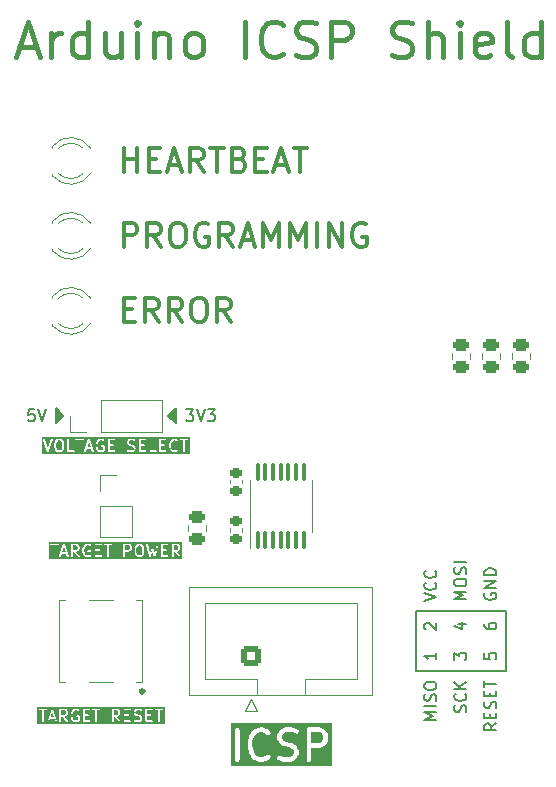
<source format=gbr>
%TF.GenerationSoftware,KiCad,Pcbnew,7.0.10-7.0.10~ubuntu22.04.1*%
%TF.CreationDate,2024-01-23T12:26:40-05:00*%
%TF.ProjectId,arduino_icsp_shield,61726475-696e-46f5-9f69-6373705f7368,0.1*%
%TF.SameCoordinates,Original*%
%TF.FileFunction,Legend,Top*%
%TF.FilePolarity,Positive*%
%FSLAX46Y46*%
G04 Gerber Fmt 4.6, Leading zero omitted, Abs format (unit mm)*
G04 Created by KiCad (PCBNEW 7.0.10-7.0.10~ubuntu22.04.1) date 2024-01-23 12:26:40*
%MOMM*%
%LPD*%
G01*
G04 APERTURE LIST*
G04 Aperture macros list*
%AMRoundRect*
0 Rectangle with rounded corners*
0 $1 Rounding radius*
0 $2 $3 $4 $5 $6 $7 $8 $9 X,Y pos of 4 corners*
0 Add a 4 corners polygon primitive as box body*
4,1,4,$2,$3,$4,$5,$6,$7,$8,$9,$2,$3,0*
0 Add four circle primitives for the rounded corners*
1,1,$1+$1,$2,$3*
1,1,$1+$1,$4,$5*
1,1,$1+$1,$6,$7*
1,1,$1+$1,$8,$9*
0 Add four rect primitives between the rounded corners*
20,1,$1+$1,$2,$3,$4,$5,0*
20,1,$1+$1,$4,$5,$6,$7,0*
20,1,$1+$1,$6,$7,$8,$9,0*
20,1,$1+$1,$8,$9,$2,$3,0*%
G04 Aperture macros list end*
%ADD10C,0.150000*%
%ADD11C,0.450000*%
%ADD12C,0.400000*%
%ADD13C,0.300000*%
%ADD14C,0.120000*%
%ADD15C,0.100000*%
%ADD16RoundRect,0.250000X0.600000X-0.600000X0.600000X0.600000X-0.600000X0.600000X-0.600000X-0.600000X0*%
%ADD17C,1.700000*%
%ADD18RoundRect,0.225000X-0.250000X0.225000X-0.250000X-0.225000X0.250000X-0.225000X0.250000X0.225000X0*%
%ADD19RoundRect,0.250000X0.450000X-0.262500X0.450000X0.262500X-0.450000X0.262500X-0.450000X-0.262500X0*%
%ADD20C,3.200000*%
%ADD21R,1.700000X1.700000*%
%ADD22O,1.700000X1.700000*%
%ADD23R,1.000000X3.000000*%
%ADD24R,1.800000X1.800000*%
%ADD25C,1.800000*%
%ADD26RoundRect,0.100000X0.100000X-0.637500X0.100000X0.637500X-0.100000X0.637500X-0.100000X-0.637500X0*%
%ADD27RoundRect,0.225000X0.250000X-0.225000X0.250000X0.225000X-0.250000X0.225000X-0.250000X-0.225000X0*%
G04 APERTURE END LIST*
D10*
X117780000Y-70155000D02*
X117145000Y-69520000D01*
X117780000Y-68885000D01*
X117780000Y-70155000D01*
G36*
X117780000Y-70155000D02*
G01*
X117145000Y-69520000D01*
X117780000Y-68885000D01*
X117780000Y-70155000D01*
G37*
X138100000Y-86030000D02*
X145720000Y-86030000D01*
X145720000Y-91110000D01*
X138100000Y-91110000D01*
X138100000Y-86030000D01*
X108255000Y-69520000D02*
X107620000Y-70155000D01*
X107620000Y-68885000D01*
X108255000Y-69520000D01*
G36*
X108255000Y-69520000D02*
G01*
X107620000Y-70155000D01*
X107620000Y-68885000D01*
X108255000Y-69520000D01*
G37*
X143904819Y-87109523D02*
X143904819Y-87299999D01*
X143904819Y-87299999D02*
X143952438Y-87395237D01*
X143952438Y-87395237D02*
X144000057Y-87442856D01*
X144000057Y-87442856D02*
X144142914Y-87538094D01*
X144142914Y-87538094D02*
X144333390Y-87585713D01*
X144333390Y-87585713D02*
X144714342Y-87585713D01*
X144714342Y-87585713D02*
X144809580Y-87538094D01*
X144809580Y-87538094D02*
X144857200Y-87490475D01*
X144857200Y-87490475D02*
X144904819Y-87395237D01*
X144904819Y-87395237D02*
X144904819Y-87204761D01*
X144904819Y-87204761D02*
X144857200Y-87109523D01*
X144857200Y-87109523D02*
X144809580Y-87061904D01*
X144809580Y-87061904D02*
X144714342Y-87014285D01*
X144714342Y-87014285D02*
X144476247Y-87014285D01*
X144476247Y-87014285D02*
X144381009Y-87061904D01*
X144381009Y-87061904D02*
X144333390Y-87109523D01*
X144333390Y-87109523D02*
X144285771Y-87204761D01*
X144285771Y-87204761D02*
X144285771Y-87395237D01*
X144285771Y-87395237D02*
X144333390Y-87490475D01*
X144333390Y-87490475D02*
X144381009Y-87538094D01*
X144381009Y-87538094D02*
X144476247Y-87585713D01*
X143904819Y-89601904D02*
X143904819Y-90078094D01*
X143904819Y-90078094D02*
X144381009Y-90125713D01*
X144381009Y-90125713D02*
X144333390Y-90078094D01*
X144333390Y-90078094D02*
X144285771Y-89982856D01*
X144285771Y-89982856D02*
X144285771Y-89744761D01*
X144285771Y-89744761D02*
X144333390Y-89649523D01*
X144333390Y-89649523D02*
X144381009Y-89601904D01*
X144381009Y-89601904D02*
X144476247Y-89554285D01*
X144476247Y-89554285D02*
X144714342Y-89554285D01*
X144714342Y-89554285D02*
X144809580Y-89601904D01*
X144809580Y-89601904D02*
X144857200Y-89649523D01*
X144857200Y-89649523D02*
X144904819Y-89744761D01*
X144904819Y-89744761D02*
X144904819Y-89982856D01*
X144904819Y-89982856D02*
X144857200Y-90078094D01*
X144857200Y-90078094D02*
X144809580Y-90125713D01*
X138824819Y-85201077D02*
X139824819Y-84867744D01*
X139824819Y-84867744D02*
X138824819Y-84534411D01*
X139729580Y-83629649D02*
X139777200Y-83677268D01*
X139777200Y-83677268D02*
X139824819Y-83820125D01*
X139824819Y-83820125D02*
X139824819Y-83915363D01*
X139824819Y-83915363D02*
X139777200Y-84058220D01*
X139777200Y-84058220D02*
X139681961Y-84153458D01*
X139681961Y-84153458D02*
X139586723Y-84201077D01*
X139586723Y-84201077D02*
X139396247Y-84248696D01*
X139396247Y-84248696D02*
X139253390Y-84248696D01*
X139253390Y-84248696D02*
X139062914Y-84201077D01*
X139062914Y-84201077D02*
X138967676Y-84153458D01*
X138967676Y-84153458D02*
X138872438Y-84058220D01*
X138872438Y-84058220D02*
X138824819Y-83915363D01*
X138824819Y-83915363D02*
X138824819Y-83820125D01*
X138824819Y-83820125D02*
X138872438Y-83677268D01*
X138872438Y-83677268D02*
X138920057Y-83629649D01*
X139729580Y-82629649D02*
X139777200Y-82677268D01*
X139777200Y-82677268D02*
X139824819Y-82820125D01*
X139824819Y-82820125D02*
X139824819Y-82915363D01*
X139824819Y-82915363D02*
X139777200Y-83058220D01*
X139777200Y-83058220D02*
X139681961Y-83153458D01*
X139681961Y-83153458D02*
X139586723Y-83201077D01*
X139586723Y-83201077D02*
X139396247Y-83248696D01*
X139396247Y-83248696D02*
X139253390Y-83248696D01*
X139253390Y-83248696D02*
X139062914Y-83201077D01*
X139062914Y-83201077D02*
X138967676Y-83153458D01*
X138967676Y-83153458D02*
X138872438Y-83058220D01*
X138872438Y-83058220D02*
X138824819Y-82915363D01*
X138824819Y-82915363D02*
X138824819Y-82820125D01*
X138824819Y-82820125D02*
X138872438Y-82677268D01*
X138872438Y-82677268D02*
X138920057Y-82629649D01*
X118656541Y-68974819D02*
X119275588Y-68974819D01*
X119275588Y-68974819D02*
X118942255Y-69355771D01*
X118942255Y-69355771D02*
X119085112Y-69355771D01*
X119085112Y-69355771D02*
X119180350Y-69403390D01*
X119180350Y-69403390D02*
X119227969Y-69451009D01*
X119227969Y-69451009D02*
X119275588Y-69546247D01*
X119275588Y-69546247D02*
X119275588Y-69784342D01*
X119275588Y-69784342D02*
X119227969Y-69879580D01*
X119227969Y-69879580D02*
X119180350Y-69927200D01*
X119180350Y-69927200D02*
X119085112Y-69974819D01*
X119085112Y-69974819D02*
X118799398Y-69974819D01*
X118799398Y-69974819D02*
X118704160Y-69927200D01*
X118704160Y-69927200D02*
X118656541Y-69879580D01*
X119561303Y-68974819D02*
X119894636Y-69974819D01*
X119894636Y-69974819D02*
X120227969Y-68974819D01*
X120466065Y-68974819D02*
X121085112Y-68974819D01*
X121085112Y-68974819D02*
X120751779Y-69355771D01*
X120751779Y-69355771D02*
X120894636Y-69355771D01*
X120894636Y-69355771D02*
X120989874Y-69403390D01*
X120989874Y-69403390D02*
X121037493Y-69451009D01*
X121037493Y-69451009D02*
X121085112Y-69546247D01*
X121085112Y-69546247D02*
X121085112Y-69784342D01*
X121085112Y-69784342D02*
X121037493Y-69879580D01*
X121037493Y-69879580D02*
X120989874Y-69927200D01*
X120989874Y-69927200D02*
X120894636Y-69974819D01*
X120894636Y-69974819D02*
X120608922Y-69974819D01*
X120608922Y-69974819D02*
X120513684Y-69927200D01*
X120513684Y-69927200D02*
X120466065Y-69879580D01*
X139824819Y-89554285D02*
X139824819Y-90125713D01*
X139824819Y-89839999D02*
X138824819Y-89839999D01*
X138824819Y-89839999D02*
X138967676Y-89935237D01*
X138967676Y-89935237D02*
X139062914Y-90030475D01*
X139062914Y-90030475D02*
X139110533Y-90125713D01*
X138920057Y-87585713D02*
X138872438Y-87538094D01*
X138872438Y-87538094D02*
X138824819Y-87442856D01*
X138824819Y-87442856D02*
X138824819Y-87204761D01*
X138824819Y-87204761D02*
X138872438Y-87109523D01*
X138872438Y-87109523D02*
X138920057Y-87061904D01*
X138920057Y-87061904D02*
X139015295Y-87014285D01*
X139015295Y-87014285D02*
X139110533Y-87014285D01*
X139110533Y-87014285D02*
X139253390Y-87061904D01*
X139253390Y-87061904D02*
X139824819Y-87633332D01*
X139824819Y-87633332D02*
X139824819Y-87014285D01*
X141698152Y-87109523D02*
X142364819Y-87109523D01*
X141317200Y-87347618D02*
X142031485Y-87585713D01*
X142031485Y-87585713D02*
X142031485Y-86966666D01*
X144904819Y-95557970D02*
X144428628Y-95891303D01*
X144904819Y-96129398D02*
X143904819Y-96129398D01*
X143904819Y-96129398D02*
X143904819Y-95748446D01*
X143904819Y-95748446D02*
X143952438Y-95653208D01*
X143952438Y-95653208D02*
X144000057Y-95605589D01*
X144000057Y-95605589D02*
X144095295Y-95557970D01*
X144095295Y-95557970D02*
X144238152Y-95557970D01*
X144238152Y-95557970D02*
X144333390Y-95605589D01*
X144333390Y-95605589D02*
X144381009Y-95653208D01*
X144381009Y-95653208D02*
X144428628Y-95748446D01*
X144428628Y-95748446D02*
X144428628Y-96129398D01*
X144381009Y-95129398D02*
X144381009Y-94796065D01*
X144904819Y-94653208D02*
X144904819Y-95129398D01*
X144904819Y-95129398D02*
X143904819Y-95129398D01*
X143904819Y-95129398D02*
X143904819Y-94653208D01*
X144857200Y-94272255D02*
X144904819Y-94129398D01*
X144904819Y-94129398D02*
X144904819Y-93891303D01*
X144904819Y-93891303D02*
X144857200Y-93796065D01*
X144857200Y-93796065D02*
X144809580Y-93748446D01*
X144809580Y-93748446D02*
X144714342Y-93700827D01*
X144714342Y-93700827D02*
X144619104Y-93700827D01*
X144619104Y-93700827D02*
X144523866Y-93748446D01*
X144523866Y-93748446D02*
X144476247Y-93796065D01*
X144476247Y-93796065D02*
X144428628Y-93891303D01*
X144428628Y-93891303D02*
X144381009Y-94081779D01*
X144381009Y-94081779D02*
X144333390Y-94177017D01*
X144333390Y-94177017D02*
X144285771Y-94224636D01*
X144285771Y-94224636D02*
X144190533Y-94272255D01*
X144190533Y-94272255D02*
X144095295Y-94272255D01*
X144095295Y-94272255D02*
X144000057Y-94224636D01*
X144000057Y-94224636D02*
X143952438Y-94177017D01*
X143952438Y-94177017D02*
X143904819Y-94081779D01*
X143904819Y-94081779D02*
X143904819Y-93843684D01*
X143904819Y-93843684D02*
X143952438Y-93700827D01*
X144381009Y-93272255D02*
X144381009Y-92938922D01*
X144904819Y-92796065D02*
X144904819Y-93272255D01*
X144904819Y-93272255D02*
X143904819Y-93272255D01*
X143904819Y-93272255D02*
X143904819Y-92796065D01*
X143904819Y-92510350D02*
X143904819Y-91938922D01*
X144904819Y-92224636D02*
X143904819Y-92224636D01*
X105791077Y-68974819D02*
X105314887Y-68974819D01*
X105314887Y-68974819D02*
X105267268Y-69451009D01*
X105267268Y-69451009D02*
X105314887Y-69403390D01*
X105314887Y-69403390D02*
X105410125Y-69355771D01*
X105410125Y-69355771D02*
X105648220Y-69355771D01*
X105648220Y-69355771D02*
X105743458Y-69403390D01*
X105743458Y-69403390D02*
X105791077Y-69451009D01*
X105791077Y-69451009D02*
X105838696Y-69546247D01*
X105838696Y-69546247D02*
X105838696Y-69784342D01*
X105838696Y-69784342D02*
X105791077Y-69879580D01*
X105791077Y-69879580D02*
X105743458Y-69927200D01*
X105743458Y-69927200D02*
X105648220Y-69974819D01*
X105648220Y-69974819D02*
X105410125Y-69974819D01*
X105410125Y-69974819D02*
X105314887Y-69927200D01*
X105314887Y-69927200D02*
X105267268Y-69879580D01*
X106124411Y-68974819D02*
X106457744Y-69974819D01*
X106457744Y-69974819D02*
X106791077Y-68974819D01*
X142364819Y-85058220D02*
X141364819Y-85058220D01*
X141364819Y-85058220D02*
X142079104Y-84724887D01*
X142079104Y-84724887D02*
X141364819Y-84391554D01*
X141364819Y-84391554D02*
X142364819Y-84391554D01*
X141364819Y-83724887D02*
X141364819Y-83534411D01*
X141364819Y-83534411D02*
X141412438Y-83439173D01*
X141412438Y-83439173D02*
X141507676Y-83343935D01*
X141507676Y-83343935D02*
X141698152Y-83296316D01*
X141698152Y-83296316D02*
X142031485Y-83296316D01*
X142031485Y-83296316D02*
X142221961Y-83343935D01*
X142221961Y-83343935D02*
X142317200Y-83439173D01*
X142317200Y-83439173D02*
X142364819Y-83534411D01*
X142364819Y-83534411D02*
X142364819Y-83724887D01*
X142364819Y-83724887D02*
X142317200Y-83820125D01*
X142317200Y-83820125D02*
X142221961Y-83915363D01*
X142221961Y-83915363D02*
X142031485Y-83962982D01*
X142031485Y-83962982D02*
X141698152Y-83962982D01*
X141698152Y-83962982D02*
X141507676Y-83915363D01*
X141507676Y-83915363D02*
X141412438Y-83820125D01*
X141412438Y-83820125D02*
X141364819Y-83724887D01*
X142317200Y-82915363D02*
X142364819Y-82772506D01*
X142364819Y-82772506D02*
X142364819Y-82534411D01*
X142364819Y-82534411D02*
X142317200Y-82439173D01*
X142317200Y-82439173D02*
X142269580Y-82391554D01*
X142269580Y-82391554D02*
X142174342Y-82343935D01*
X142174342Y-82343935D02*
X142079104Y-82343935D01*
X142079104Y-82343935D02*
X141983866Y-82391554D01*
X141983866Y-82391554D02*
X141936247Y-82439173D01*
X141936247Y-82439173D02*
X141888628Y-82534411D01*
X141888628Y-82534411D02*
X141841009Y-82724887D01*
X141841009Y-82724887D02*
X141793390Y-82820125D01*
X141793390Y-82820125D02*
X141745771Y-82867744D01*
X141745771Y-82867744D02*
X141650533Y-82915363D01*
X141650533Y-82915363D02*
X141555295Y-82915363D01*
X141555295Y-82915363D02*
X141460057Y-82867744D01*
X141460057Y-82867744D02*
X141412438Y-82820125D01*
X141412438Y-82820125D02*
X141364819Y-82724887D01*
X141364819Y-82724887D02*
X141364819Y-82486792D01*
X141364819Y-82486792D02*
X141412438Y-82343935D01*
X142364819Y-81915363D02*
X141364819Y-81915363D01*
X143952438Y-84534411D02*
X143904819Y-84629649D01*
X143904819Y-84629649D02*
X143904819Y-84772506D01*
X143904819Y-84772506D02*
X143952438Y-84915363D01*
X143952438Y-84915363D02*
X144047676Y-85010601D01*
X144047676Y-85010601D02*
X144142914Y-85058220D01*
X144142914Y-85058220D02*
X144333390Y-85105839D01*
X144333390Y-85105839D02*
X144476247Y-85105839D01*
X144476247Y-85105839D02*
X144666723Y-85058220D01*
X144666723Y-85058220D02*
X144761961Y-85010601D01*
X144761961Y-85010601D02*
X144857200Y-84915363D01*
X144857200Y-84915363D02*
X144904819Y-84772506D01*
X144904819Y-84772506D02*
X144904819Y-84677268D01*
X144904819Y-84677268D02*
X144857200Y-84534411D01*
X144857200Y-84534411D02*
X144809580Y-84486792D01*
X144809580Y-84486792D02*
X144476247Y-84486792D01*
X144476247Y-84486792D02*
X144476247Y-84677268D01*
X144904819Y-84058220D02*
X143904819Y-84058220D01*
X143904819Y-84058220D02*
X144904819Y-83486792D01*
X144904819Y-83486792D02*
X143904819Y-83486792D01*
X144904819Y-83010601D02*
X143904819Y-83010601D01*
X143904819Y-83010601D02*
X143904819Y-82772506D01*
X143904819Y-82772506D02*
X143952438Y-82629649D01*
X143952438Y-82629649D02*
X144047676Y-82534411D01*
X144047676Y-82534411D02*
X144142914Y-82486792D01*
X144142914Y-82486792D02*
X144333390Y-82439173D01*
X144333390Y-82439173D02*
X144476247Y-82439173D01*
X144476247Y-82439173D02*
X144666723Y-82486792D01*
X144666723Y-82486792D02*
X144761961Y-82534411D01*
X144761961Y-82534411D02*
X144857200Y-82629649D01*
X144857200Y-82629649D02*
X144904819Y-82772506D01*
X144904819Y-82772506D02*
X144904819Y-83010601D01*
D11*
X104527142Y-38277314D02*
X105955714Y-38277314D01*
X104241428Y-39134457D02*
X105241428Y-36134457D01*
X105241428Y-36134457D02*
X106241428Y-39134457D01*
X107241428Y-39134457D02*
X107241428Y-37134457D01*
X107241428Y-37705885D02*
X107384285Y-37420171D01*
X107384285Y-37420171D02*
X107527143Y-37277314D01*
X107527143Y-37277314D02*
X107812857Y-37134457D01*
X107812857Y-37134457D02*
X108098571Y-37134457D01*
X110384286Y-39134457D02*
X110384286Y-36134457D01*
X110384286Y-38991600D02*
X110098571Y-39134457D01*
X110098571Y-39134457D02*
X109527143Y-39134457D01*
X109527143Y-39134457D02*
X109241428Y-38991600D01*
X109241428Y-38991600D02*
X109098571Y-38848742D01*
X109098571Y-38848742D02*
X108955714Y-38563028D01*
X108955714Y-38563028D02*
X108955714Y-37705885D01*
X108955714Y-37705885D02*
X109098571Y-37420171D01*
X109098571Y-37420171D02*
X109241428Y-37277314D01*
X109241428Y-37277314D02*
X109527143Y-37134457D01*
X109527143Y-37134457D02*
X110098571Y-37134457D01*
X110098571Y-37134457D02*
X110384286Y-37277314D01*
X113098572Y-37134457D02*
X113098572Y-39134457D01*
X111812857Y-37134457D02*
X111812857Y-38705885D01*
X111812857Y-38705885D02*
X111955714Y-38991600D01*
X111955714Y-38991600D02*
X112241429Y-39134457D01*
X112241429Y-39134457D02*
X112670000Y-39134457D01*
X112670000Y-39134457D02*
X112955714Y-38991600D01*
X112955714Y-38991600D02*
X113098572Y-38848742D01*
X114527143Y-39134457D02*
X114527143Y-37134457D01*
X114527143Y-36134457D02*
X114384286Y-36277314D01*
X114384286Y-36277314D02*
X114527143Y-36420171D01*
X114527143Y-36420171D02*
X114670000Y-36277314D01*
X114670000Y-36277314D02*
X114527143Y-36134457D01*
X114527143Y-36134457D02*
X114527143Y-36420171D01*
X115955714Y-37134457D02*
X115955714Y-39134457D01*
X115955714Y-37420171D02*
X116098571Y-37277314D01*
X116098571Y-37277314D02*
X116384286Y-37134457D01*
X116384286Y-37134457D02*
X116812857Y-37134457D01*
X116812857Y-37134457D02*
X117098571Y-37277314D01*
X117098571Y-37277314D02*
X117241429Y-37563028D01*
X117241429Y-37563028D02*
X117241429Y-39134457D01*
X119098572Y-39134457D02*
X118812857Y-38991600D01*
X118812857Y-38991600D02*
X118670000Y-38848742D01*
X118670000Y-38848742D02*
X118527143Y-38563028D01*
X118527143Y-38563028D02*
X118527143Y-37705885D01*
X118527143Y-37705885D02*
X118670000Y-37420171D01*
X118670000Y-37420171D02*
X118812857Y-37277314D01*
X118812857Y-37277314D02*
X119098572Y-37134457D01*
X119098572Y-37134457D02*
X119527143Y-37134457D01*
X119527143Y-37134457D02*
X119812857Y-37277314D01*
X119812857Y-37277314D02*
X119955715Y-37420171D01*
X119955715Y-37420171D02*
X120098572Y-37705885D01*
X120098572Y-37705885D02*
X120098572Y-38563028D01*
X120098572Y-38563028D02*
X119955715Y-38848742D01*
X119955715Y-38848742D02*
X119812857Y-38991600D01*
X119812857Y-38991600D02*
X119527143Y-39134457D01*
X119527143Y-39134457D02*
X119098572Y-39134457D01*
X123670000Y-39134457D02*
X123670000Y-36134457D01*
X126812857Y-38848742D02*
X126670000Y-38991600D01*
X126670000Y-38991600D02*
X126241428Y-39134457D01*
X126241428Y-39134457D02*
X125955714Y-39134457D01*
X125955714Y-39134457D02*
X125527143Y-38991600D01*
X125527143Y-38991600D02*
X125241428Y-38705885D01*
X125241428Y-38705885D02*
X125098571Y-38420171D01*
X125098571Y-38420171D02*
X124955714Y-37848742D01*
X124955714Y-37848742D02*
X124955714Y-37420171D01*
X124955714Y-37420171D02*
X125098571Y-36848742D01*
X125098571Y-36848742D02*
X125241428Y-36563028D01*
X125241428Y-36563028D02*
X125527143Y-36277314D01*
X125527143Y-36277314D02*
X125955714Y-36134457D01*
X125955714Y-36134457D02*
X126241428Y-36134457D01*
X126241428Y-36134457D02*
X126670000Y-36277314D01*
X126670000Y-36277314D02*
X126812857Y-36420171D01*
X127955714Y-38991600D02*
X128384286Y-39134457D01*
X128384286Y-39134457D02*
X129098571Y-39134457D01*
X129098571Y-39134457D02*
X129384286Y-38991600D01*
X129384286Y-38991600D02*
X129527143Y-38848742D01*
X129527143Y-38848742D02*
X129670000Y-38563028D01*
X129670000Y-38563028D02*
X129670000Y-38277314D01*
X129670000Y-38277314D02*
X129527143Y-37991600D01*
X129527143Y-37991600D02*
X129384286Y-37848742D01*
X129384286Y-37848742D02*
X129098571Y-37705885D01*
X129098571Y-37705885D02*
X128527143Y-37563028D01*
X128527143Y-37563028D02*
X128241428Y-37420171D01*
X128241428Y-37420171D02*
X128098571Y-37277314D01*
X128098571Y-37277314D02*
X127955714Y-36991600D01*
X127955714Y-36991600D02*
X127955714Y-36705885D01*
X127955714Y-36705885D02*
X128098571Y-36420171D01*
X128098571Y-36420171D02*
X128241428Y-36277314D01*
X128241428Y-36277314D02*
X128527143Y-36134457D01*
X128527143Y-36134457D02*
X129241428Y-36134457D01*
X129241428Y-36134457D02*
X129670000Y-36277314D01*
X130955714Y-39134457D02*
X130955714Y-36134457D01*
X130955714Y-36134457D02*
X132098571Y-36134457D01*
X132098571Y-36134457D02*
X132384286Y-36277314D01*
X132384286Y-36277314D02*
X132527143Y-36420171D01*
X132527143Y-36420171D02*
X132670000Y-36705885D01*
X132670000Y-36705885D02*
X132670000Y-37134457D01*
X132670000Y-37134457D02*
X132527143Y-37420171D01*
X132527143Y-37420171D02*
X132384286Y-37563028D01*
X132384286Y-37563028D02*
X132098571Y-37705885D01*
X132098571Y-37705885D02*
X130955714Y-37705885D01*
X136098571Y-38991600D02*
X136527143Y-39134457D01*
X136527143Y-39134457D02*
X137241428Y-39134457D01*
X137241428Y-39134457D02*
X137527143Y-38991600D01*
X137527143Y-38991600D02*
X137670000Y-38848742D01*
X137670000Y-38848742D02*
X137812857Y-38563028D01*
X137812857Y-38563028D02*
X137812857Y-38277314D01*
X137812857Y-38277314D02*
X137670000Y-37991600D01*
X137670000Y-37991600D02*
X137527143Y-37848742D01*
X137527143Y-37848742D02*
X137241428Y-37705885D01*
X137241428Y-37705885D02*
X136670000Y-37563028D01*
X136670000Y-37563028D02*
X136384285Y-37420171D01*
X136384285Y-37420171D02*
X136241428Y-37277314D01*
X136241428Y-37277314D02*
X136098571Y-36991600D01*
X136098571Y-36991600D02*
X136098571Y-36705885D01*
X136098571Y-36705885D02*
X136241428Y-36420171D01*
X136241428Y-36420171D02*
X136384285Y-36277314D01*
X136384285Y-36277314D02*
X136670000Y-36134457D01*
X136670000Y-36134457D02*
X137384285Y-36134457D01*
X137384285Y-36134457D02*
X137812857Y-36277314D01*
X139098571Y-39134457D02*
X139098571Y-36134457D01*
X140384286Y-39134457D02*
X140384286Y-37563028D01*
X140384286Y-37563028D02*
X140241428Y-37277314D01*
X140241428Y-37277314D02*
X139955714Y-37134457D01*
X139955714Y-37134457D02*
X139527143Y-37134457D01*
X139527143Y-37134457D02*
X139241428Y-37277314D01*
X139241428Y-37277314D02*
X139098571Y-37420171D01*
X141812857Y-39134457D02*
X141812857Y-37134457D01*
X141812857Y-36134457D02*
X141670000Y-36277314D01*
X141670000Y-36277314D02*
X141812857Y-36420171D01*
X141812857Y-36420171D02*
X141955714Y-36277314D01*
X141955714Y-36277314D02*
X141812857Y-36134457D01*
X141812857Y-36134457D02*
X141812857Y-36420171D01*
X144384285Y-38991600D02*
X144098571Y-39134457D01*
X144098571Y-39134457D02*
X143527143Y-39134457D01*
X143527143Y-39134457D02*
X143241428Y-38991600D01*
X143241428Y-38991600D02*
X143098571Y-38705885D01*
X143098571Y-38705885D02*
X143098571Y-37563028D01*
X143098571Y-37563028D02*
X143241428Y-37277314D01*
X143241428Y-37277314D02*
X143527143Y-37134457D01*
X143527143Y-37134457D02*
X144098571Y-37134457D01*
X144098571Y-37134457D02*
X144384285Y-37277314D01*
X144384285Y-37277314D02*
X144527143Y-37563028D01*
X144527143Y-37563028D02*
X144527143Y-37848742D01*
X144527143Y-37848742D02*
X143098571Y-38134457D01*
X146241429Y-39134457D02*
X145955714Y-38991600D01*
X145955714Y-38991600D02*
X145812857Y-38705885D01*
X145812857Y-38705885D02*
X145812857Y-36134457D01*
X148670001Y-39134457D02*
X148670001Y-36134457D01*
X148670001Y-38991600D02*
X148384286Y-39134457D01*
X148384286Y-39134457D02*
X147812858Y-39134457D01*
X147812858Y-39134457D02*
X147527143Y-38991600D01*
X147527143Y-38991600D02*
X147384286Y-38848742D01*
X147384286Y-38848742D02*
X147241429Y-38563028D01*
X147241429Y-38563028D02*
X147241429Y-37705885D01*
X147241429Y-37705885D02*
X147384286Y-37420171D01*
X147384286Y-37420171D02*
X147527143Y-37277314D01*
X147527143Y-37277314D02*
X147812858Y-37134457D01*
X147812858Y-37134457D02*
X148384286Y-37134457D01*
X148384286Y-37134457D02*
X148670001Y-37277314D01*
D10*
X139824819Y-95224635D02*
X138824819Y-95224635D01*
X138824819Y-95224635D02*
X139539104Y-94891302D01*
X139539104Y-94891302D02*
X138824819Y-94557969D01*
X138824819Y-94557969D02*
X139824819Y-94557969D01*
X139824819Y-94081778D02*
X138824819Y-94081778D01*
X139777200Y-93653207D02*
X139824819Y-93510350D01*
X139824819Y-93510350D02*
X139824819Y-93272255D01*
X139824819Y-93272255D02*
X139777200Y-93177017D01*
X139777200Y-93177017D02*
X139729580Y-93129398D01*
X139729580Y-93129398D02*
X139634342Y-93081779D01*
X139634342Y-93081779D02*
X139539104Y-93081779D01*
X139539104Y-93081779D02*
X139443866Y-93129398D01*
X139443866Y-93129398D02*
X139396247Y-93177017D01*
X139396247Y-93177017D02*
X139348628Y-93272255D01*
X139348628Y-93272255D02*
X139301009Y-93462731D01*
X139301009Y-93462731D02*
X139253390Y-93557969D01*
X139253390Y-93557969D02*
X139205771Y-93605588D01*
X139205771Y-93605588D02*
X139110533Y-93653207D01*
X139110533Y-93653207D02*
X139015295Y-93653207D01*
X139015295Y-93653207D02*
X138920057Y-93605588D01*
X138920057Y-93605588D02*
X138872438Y-93557969D01*
X138872438Y-93557969D02*
X138824819Y-93462731D01*
X138824819Y-93462731D02*
X138824819Y-93224636D01*
X138824819Y-93224636D02*
X138872438Y-93081779D01*
X138824819Y-92462731D02*
X138824819Y-92272255D01*
X138824819Y-92272255D02*
X138872438Y-92177017D01*
X138872438Y-92177017D02*
X138967676Y-92081779D01*
X138967676Y-92081779D02*
X139158152Y-92034160D01*
X139158152Y-92034160D02*
X139491485Y-92034160D01*
X139491485Y-92034160D02*
X139681961Y-92081779D01*
X139681961Y-92081779D02*
X139777200Y-92177017D01*
X139777200Y-92177017D02*
X139824819Y-92272255D01*
X139824819Y-92272255D02*
X139824819Y-92462731D01*
X139824819Y-92462731D02*
X139777200Y-92557969D01*
X139777200Y-92557969D02*
X139681961Y-92653207D01*
X139681961Y-92653207D02*
X139491485Y-92700826D01*
X139491485Y-92700826D02*
X139158152Y-92700826D01*
X139158152Y-92700826D02*
X138967676Y-92653207D01*
X138967676Y-92653207D02*
X138872438Y-92557969D01*
X138872438Y-92557969D02*
X138824819Y-92462731D01*
X142317200Y-94605588D02*
X142364819Y-94462731D01*
X142364819Y-94462731D02*
X142364819Y-94224636D01*
X142364819Y-94224636D02*
X142317200Y-94129398D01*
X142317200Y-94129398D02*
X142269580Y-94081779D01*
X142269580Y-94081779D02*
X142174342Y-94034160D01*
X142174342Y-94034160D02*
X142079104Y-94034160D01*
X142079104Y-94034160D02*
X141983866Y-94081779D01*
X141983866Y-94081779D02*
X141936247Y-94129398D01*
X141936247Y-94129398D02*
X141888628Y-94224636D01*
X141888628Y-94224636D02*
X141841009Y-94415112D01*
X141841009Y-94415112D02*
X141793390Y-94510350D01*
X141793390Y-94510350D02*
X141745771Y-94557969D01*
X141745771Y-94557969D02*
X141650533Y-94605588D01*
X141650533Y-94605588D02*
X141555295Y-94605588D01*
X141555295Y-94605588D02*
X141460057Y-94557969D01*
X141460057Y-94557969D02*
X141412438Y-94510350D01*
X141412438Y-94510350D02*
X141364819Y-94415112D01*
X141364819Y-94415112D02*
X141364819Y-94177017D01*
X141364819Y-94177017D02*
X141412438Y-94034160D01*
X142269580Y-93034160D02*
X142317200Y-93081779D01*
X142317200Y-93081779D02*
X142364819Y-93224636D01*
X142364819Y-93224636D02*
X142364819Y-93319874D01*
X142364819Y-93319874D02*
X142317200Y-93462731D01*
X142317200Y-93462731D02*
X142221961Y-93557969D01*
X142221961Y-93557969D02*
X142126723Y-93605588D01*
X142126723Y-93605588D02*
X141936247Y-93653207D01*
X141936247Y-93653207D02*
X141793390Y-93653207D01*
X141793390Y-93653207D02*
X141602914Y-93605588D01*
X141602914Y-93605588D02*
X141507676Y-93557969D01*
X141507676Y-93557969D02*
X141412438Y-93462731D01*
X141412438Y-93462731D02*
X141364819Y-93319874D01*
X141364819Y-93319874D02*
X141364819Y-93224636D01*
X141364819Y-93224636D02*
X141412438Y-93081779D01*
X141412438Y-93081779D02*
X141460057Y-93034160D01*
X142364819Y-92605588D02*
X141364819Y-92605588D01*
X142364819Y-92034160D02*
X141793390Y-92462731D01*
X141364819Y-92034160D02*
X141936247Y-92605588D01*
X141364819Y-90173332D02*
X141364819Y-89554285D01*
X141364819Y-89554285D02*
X141745771Y-89887618D01*
X141745771Y-89887618D02*
X141745771Y-89744761D01*
X141745771Y-89744761D02*
X141793390Y-89649523D01*
X141793390Y-89649523D02*
X141841009Y-89601904D01*
X141841009Y-89601904D02*
X141936247Y-89554285D01*
X141936247Y-89554285D02*
X142174342Y-89554285D01*
X142174342Y-89554285D02*
X142269580Y-89601904D01*
X142269580Y-89601904D02*
X142317200Y-89649523D01*
X142317200Y-89649523D02*
X142364819Y-89744761D01*
X142364819Y-89744761D02*
X142364819Y-90030475D01*
X142364819Y-90030475D02*
X142317200Y-90125713D01*
X142317200Y-90125713D02*
X142269580Y-90173332D01*
D12*
G36*
X130122956Y-96379165D02*
G01*
X130196103Y-96452312D01*
X130279523Y-96619151D01*
X130279523Y-96881866D01*
X130196103Y-97048705D01*
X130122956Y-97121852D01*
X129956120Y-97205271D01*
X129250952Y-97205271D01*
X129250952Y-96295747D01*
X129956120Y-96295747D01*
X130122956Y-96379165D01*
G37*
G36*
X131036666Y-99152890D02*
G01*
X122422381Y-99152890D01*
X122422381Y-98595747D01*
X122779524Y-98595747D01*
X122799330Y-98682524D01*
X122854826Y-98752113D01*
X122935020Y-98790733D01*
X123024028Y-98790733D01*
X123104222Y-98752113D01*
X123159718Y-98682524D01*
X123179524Y-98595747D01*
X123179524Y-97524319D01*
X123850952Y-97524319D01*
X123856418Y-97548269D01*
X123856924Y-97572826D01*
X123975972Y-98049017D01*
X123985908Y-98068607D01*
X123991114Y-98089951D01*
X124110161Y-98328046D01*
X124130546Y-98352844D01*
X124147625Y-98380025D01*
X124385720Y-98618121D01*
X124387007Y-98618930D01*
X124387836Y-98620206D01*
X124424627Y-98642568D01*
X124461086Y-98665477D01*
X124462597Y-98665647D01*
X124463897Y-98666437D01*
X124821040Y-98785484D01*
X124852988Y-98788603D01*
X124884285Y-98795747D01*
X125122381Y-98795747D01*
X125153677Y-98788603D01*
X125185626Y-98785484D01*
X125542769Y-98666437D01*
X125544068Y-98665647D01*
X125545579Y-98665477D01*
X125582008Y-98642586D01*
X125618829Y-98620206D01*
X125619658Y-98618929D01*
X125620944Y-98618121D01*
X125739992Y-98499074D01*
X125787348Y-98423708D01*
X125797313Y-98335260D01*
X125767916Y-98251245D01*
X125704978Y-98188307D01*
X125620963Y-98158910D01*
X125532515Y-98168875D01*
X125457149Y-98216231D01*
X125371487Y-98301893D01*
X125089925Y-98395747D01*
X124916742Y-98395747D01*
X124635178Y-98301893D01*
X124453418Y-98120132D01*
X124358704Y-97930703D01*
X124250952Y-97499699D01*
X124250952Y-97191795D01*
X124346393Y-96810033D01*
X126350952Y-96810033D01*
X126351290Y-96811515D01*
X126350974Y-96813003D01*
X126361173Y-96854816D01*
X126370758Y-96896810D01*
X126371706Y-96897999D01*
X126372067Y-96899476D01*
X126491115Y-97137571D01*
X126511499Y-97162368D01*
X126528578Y-97189549D01*
X126647625Y-97308597D01*
X126674805Y-97325676D01*
X126699605Y-97346062D01*
X126937700Y-97465109D01*
X126959044Y-97470315D01*
X126978635Y-97480251D01*
X127433529Y-97593975D01*
X127622955Y-97688689D01*
X127696104Y-97761836D01*
X127779523Y-97928674D01*
X127779523Y-98072343D01*
X127696104Y-98239180D01*
X127622957Y-98312328D01*
X127456119Y-98395747D01*
X126940552Y-98395747D01*
X126614197Y-98286963D01*
X126525610Y-98278312D01*
X126442043Y-98308954D01*
X126380045Y-98372820D01*
X126351899Y-98457261D01*
X126363177Y-98545552D01*
X126411646Y-98620206D01*
X126487707Y-98666437D01*
X126844850Y-98785484D01*
X126876798Y-98788603D01*
X126908095Y-98795747D01*
X127503333Y-98795747D01*
X127504815Y-98795408D01*
X127506302Y-98795725D01*
X127548131Y-98785522D01*
X127590110Y-98775941D01*
X127591298Y-98774993D01*
X127592775Y-98774633D01*
X127830870Y-98655586D01*
X127855671Y-98635198D01*
X127882849Y-98618121D01*
X127905223Y-98595747D01*
X128850952Y-98595747D01*
X128870758Y-98682524D01*
X128926254Y-98752113D01*
X129006448Y-98790733D01*
X129095456Y-98790733D01*
X129175650Y-98752113D01*
X129231146Y-98682524D01*
X129250952Y-98595747D01*
X129250952Y-97605271D01*
X130003333Y-97605271D01*
X130004815Y-97604932D01*
X130006303Y-97605249D01*
X130048116Y-97595049D01*
X130090110Y-97585465D01*
X130091299Y-97584516D01*
X130092776Y-97584156D01*
X130330871Y-97465108D01*
X130355670Y-97444721D01*
X130382849Y-97427644D01*
X130501896Y-97308597D01*
X130518973Y-97281418D01*
X130539360Y-97256619D01*
X130658408Y-97018523D01*
X130658768Y-97017046D01*
X130659717Y-97015857D01*
X130669301Y-96973863D01*
X130679501Y-96932050D01*
X130679184Y-96930562D01*
X130679523Y-96929080D01*
X130679523Y-96571938D01*
X130679184Y-96570455D01*
X130679501Y-96568968D01*
X130669301Y-96527154D01*
X130659717Y-96485161D01*
X130658768Y-96483971D01*
X130658408Y-96482495D01*
X130539360Y-96244399D01*
X130518973Y-96219599D01*
X130501896Y-96192421D01*
X130382849Y-96073374D01*
X130355670Y-96056296D01*
X130330871Y-96035910D01*
X130092776Y-95916862D01*
X130091299Y-95916501D01*
X130090110Y-95915553D01*
X130048116Y-95905968D01*
X130006303Y-95895769D01*
X130004815Y-95896085D01*
X130003333Y-95895747D01*
X129050952Y-95895747D01*
X129028984Y-95900761D01*
X129006448Y-95900761D01*
X128986144Y-95910538D01*
X128964175Y-95915553D01*
X128946555Y-95929604D01*
X128926254Y-95939381D01*
X128912203Y-95956998D01*
X128894586Y-95971049D01*
X128884809Y-95991350D01*
X128870758Y-96008970D01*
X128865743Y-96030939D01*
X128855966Y-96051243D01*
X128855966Y-96073778D01*
X128850952Y-96095747D01*
X128850952Y-98595747D01*
X127905223Y-98595747D01*
X128001897Y-98499074D01*
X128018976Y-98471893D01*
X128039362Y-98447094D01*
X128158409Y-98208999D01*
X128158769Y-98207522D01*
X128159717Y-98206334D01*
X128169298Y-98164355D01*
X128179501Y-98122526D01*
X128179184Y-98121039D01*
X128179523Y-98119557D01*
X128179523Y-97881461D01*
X128179184Y-97879978D01*
X128179501Y-97878492D01*
X128169298Y-97836662D01*
X128159717Y-97794684D01*
X128158769Y-97793495D01*
X128158409Y-97792019D01*
X128039362Y-97553924D01*
X128018976Y-97529124D01*
X128001897Y-97501944D01*
X127882849Y-97382897D01*
X127855668Y-97365818D01*
X127830871Y-97345434D01*
X127592776Y-97226386D01*
X127571433Y-97221180D01*
X127551841Y-97211243D01*
X127096950Y-97097520D01*
X126907517Y-97002804D01*
X126834370Y-96929655D01*
X126750952Y-96762819D01*
X126750952Y-96619151D01*
X126834371Y-96452313D01*
X126907518Y-96379165D01*
X127074355Y-96295747D01*
X127589924Y-96295747D01*
X127916277Y-96404532D01*
X128004864Y-96413183D01*
X128088432Y-96382541D01*
X128150429Y-96318675D01*
X128178576Y-96234235D01*
X128167298Y-96145944D01*
X128118830Y-96071290D01*
X128042769Y-96025058D01*
X127685627Y-95906010D01*
X127653676Y-95902889D01*
X127622381Y-95895747D01*
X127027142Y-95895747D01*
X127025660Y-95896085D01*
X127024173Y-95895769D01*
X126982366Y-95905966D01*
X126940365Y-95915553D01*
X126939175Y-95916501D01*
X126937699Y-95916862D01*
X126699604Y-96035910D01*
X126674806Y-96056295D01*
X126647626Y-96073374D01*
X126528579Y-96192421D01*
X126511501Y-96219598D01*
X126491114Y-96244400D01*
X126372067Y-96482495D01*
X126371706Y-96483971D01*
X126370758Y-96485161D01*
X126361171Y-96527162D01*
X126350974Y-96568969D01*
X126351290Y-96570455D01*
X126350952Y-96571938D01*
X126350952Y-96810033D01*
X124346393Y-96810033D01*
X124358704Y-96760790D01*
X124453419Y-96571359D01*
X124635176Y-96389602D01*
X124916742Y-96295747D01*
X125089924Y-96295747D01*
X125371487Y-96389602D01*
X125457151Y-96475264D01*
X125532516Y-96522620D01*
X125620965Y-96532584D01*
X125704979Y-96503187D01*
X125767917Y-96440248D01*
X125797314Y-96356234D01*
X125787348Y-96267786D01*
X125739992Y-96192420D01*
X125620944Y-96073373D01*
X125619657Y-96072564D01*
X125618830Y-96071290D01*
X125582025Y-96048919D01*
X125545578Y-96026018D01*
X125544068Y-96025847D01*
X125542769Y-96025058D01*
X125185627Y-95906010D01*
X125153676Y-95902889D01*
X125122381Y-95895747D01*
X124884285Y-95895747D01*
X124852989Y-95902889D01*
X124821039Y-95906010D01*
X124463896Y-96025058D01*
X124462596Y-96025847D01*
X124461086Y-96026018D01*
X124424656Y-96048908D01*
X124387836Y-96071289D01*
X124387006Y-96072565D01*
X124385721Y-96073374D01*
X124147626Y-96311469D01*
X124130548Y-96338646D01*
X124110161Y-96363448D01*
X123991114Y-96601543D01*
X123985908Y-96622886D01*
X123975972Y-96642477D01*
X123856924Y-97118669D01*
X123856418Y-97143225D01*
X123850952Y-97167176D01*
X123850952Y-97524319D01*
X123179524Y-97524319D01*
X123179524Y-96095747D01*
X123159718Y-96008970D01*
X123104222Y-95939381D01*
X123024028Y-95900761D01*
X122935020Y-95900761D01*
X122854826Y-95939381D01*
X122799330Y-96008970D01*
X122779524Y-96095747D01*
X122779524Y-98595747D01*
X122422381Y-98595747D01*
X122422381Y-95538604D01*
X131036666Y-95538604D01*
X131036666Y-99152890D01*
G37*
D10*
G36*
X108060334Y-71624077D02*
G01*
X108132276Y-71696019D01*
X108172618Y-71857386D01*
X108172618Y-72172251D01*
X108132276Y-72333617D01*
X108060333Y-72405561D01*
X107991818Y-72439819D01*
X107836752Y-72439819D01*
X107768236Y-72405561D01*
X107696293Y-72333617D01*
X107655952Y-72172251D01*
X107655952Y-71857386D01*
X107696293Y-71696019D01*
X107768236Y-71624077D01*
X107836752Y-71589819D01*
X107991818Y-71589819D01*
X108060334Y-71624077D01*
G37*
G36*
X110572133Y-72154104D02*
G01*
X110304057Y-72154104D01*
X110438095Y-71751989D01*
X110572133Y-72154104D01*
G37*
G36*
X118988147Y-72732676D02*
G01*
X106410742Y-72732676D01*
X106410742Y-71512770D01*
X106553599Y-71512770D01*
X106557420Y-71538536D01*
X106890753Y-72538536D01*
X106892095Y-72540227D01*
X106892154Y-72542386D01*
X106907903Y-72560147D01*
X106922644Y-72578722D01*
X106924757Y-72579154D01*
X106926191Y-72580771D01*
X106949661Y-72584251D01*
X106972905Y-72589008D01*
X106974804Y-72587979D01*
X106976940Y-72588296D01*
X106997153Y-72575877D01*
X107018019Y-72564579D01*
X107018812Y-72562571D01*
X107020652Y-72561441D01*
X107033055Y-72538536D01*
X107152072Y-72181485D01*
X107505952Y-72181485D01*
X107507137Y-72184742D01*
X107508191Y-72199675D01*
X107555810Y-72390151D01*
X107559952Y-72396283D01*
X107560597Y-72403657D01*
X107575538Y-72424994D01*
X107670776Y-72520233D01*
X107672258Y-72520924D01*
X107690268Y-72534282D01*
X107785506Y-72581901D01*
X107789959Y-72582413D01*
X107793395Y-72585296D01*
X107819047Y-72589819D01*
X108009523Y-72589819D01*
X108013736Y-72588285D01*
X108018097Y-72589327D01*
X108043064Y-72581901D01*
X108138302Y-72534282D01*
X108139427Y-72533092D01*
X108157794Y-72520233D01*
X108163208Y-72514819D01*
X108601190Y-72514819D01*
X108607853Y-72533127D01*
X108611238Y-72552319D01*
X108616422Y-72556669D01*
X108618737Y-72563028D01*
X108635610Y-72572770D01*
X108650538Y-72585296D01*
X108660280Y-72587013D01*
X108663166Y-72588680D01*
X108666448Y-72588101D01*
X108676190Y-72589819D01*
X109152380Y-72589819D01*
X109200589Y-72572272D01*
X109226241Y-72527843D01*
X109217332Y-72477319D01*
X109178032Y-72444342D01*
X109152380Y-72439819D01*
X108751190Y-72439819D01*
X108751190Y-71514819D01*
X108746450Y-71501795D01*
X109268996Y-71501795D01*
X109277905Y-71552319D01*
X109317205Y-71585296D01*
X109342857Y-71589819D01*
X109553571Y-71589819D01*
X109553571Y-72514819D01*
X109571118Y-72563028D01*
X109615547Y-72588680D01*
X109666071Y-72579771D01*
X109699048Y-72540471D01*
X109703571Y-72514819D01*
X109703571Y-72491102D01*
X110033611Y-72491102D01*
X110035012Y-72542386D01*
X110069049Y-72580771D01*
X110119798Y-72588296D01*
X110163510Y-72561441D01*
X110175913Y-72538536D01*
X110254057Y-72304104D01*
X110622133Y-72304104D01*
X110700277Y-72538536D01*
X110732168Y-72578722D01*
X110782429Y-72589008D01*
X110827543Y-72564579D01*
X110846400Y-72516867D01*
X110842579Y-72491102D01*
X110707627Y-72086247D01*
X110982143Y-72086247D01*
X110983328Y-72089504D01*
X110984382Y-72104437D01*
X111032001Y-72294913D01*
X111033989Y-72297857D01*
X111037680Y-72310264D01*
X111085299Y-72405502D01*
X111086485Y-72406625D01*
X111099348Y-72424994D01*
X111194586Y-72520233D01*
X111198650Y-72522128D01*
X111200997Y-72525948D01*
X111223902Y-72538351D01*
X111366758Y-72585970D01*
X111368393Y-72585925D01*
X111390476Y-72589819D01*
X111485714Y-72589819D01*
X111487252Y-72589258D01*
X111509431Y-72585970D01*
X111652288Y-72538351D01*
X111655799Y-72535563D01*
X111660268Y-72535173D01*
X111681605Y-72520232D01*
X111687018Y-72514819D01*
X112029762Y-72514819D01*
X112036425Y-72533127D01*
X112039810Y-72552319D01*
X112044994Y-72556669D01*
X112047309Y-72563028D01*
X112064182Y-72572770D01*
X112079110Y-72585296D01*
X112088852Y-72587013D01*
X112091738Y-72588680D01*
X112095020Y-72588101D01*
X112104762Y-72589819D01*
X112580952Y-72589819D01*
X112629161Y-72572272D01*
X112654813Y-72527843D01*
X112645904Y-72477319D01*
X112606604Y-72444342D01*
X112580952Y-72439819D01*
X112179762Y-72439819D01*
X112179762Y-72066009D01*
X112438095Y-72066009D01*
X112486304Y-72048462D01*
X112511956Y-72004033D01*
X112503047Y-71953509D01*
X112463747Y-71920532D01*
X112438095Y-71916009D01*
X112179762Y-71916009D01*
X112179762Y-71800533D01*
X113648810Y-71800533D01*
X113650343Y-71804746D01*
X113649302Y-71809107D01*
X113656728Y-71834074D01*
X113704347Y-71929312D01*
X113705536Y-71930437D01*
X113718396Y-71948804D01*
X113766015Y-71996423D01*
X113767496Y-71997114D01*
X113785507Y-72010472D01*
X113880745Y-72058091D01*
X113884273Y-72058497D01*
X113896096Y-72063770D01*
X114078586Y-72109392D01*
X114155573Y-72147886D01*
X114185980Y-72178293D01*
X114220238Y-72246809D01*
X114220238Y-72306637D01*
X114185979Y-72375153D01*
X114155572Y-72405561D01*
X114087057Y-72439819D01*
X113878837Y-72439819D01*
X113747527Y-72396049D01*
X113696243Y-72397450D01*
X113657858Y-72431487D01*
X113650333Y-72482236D01*
X113677188Y-72525948D01*
X113700093Y-72538351D01*
X113842949Y-72585970D01*
X113844584Y-72585925D01*
X113866667Y-72589819D01*
X114104762Y-72589819D01*
X114108975Y-72588285D01*
X114113336Y-72589327D01*
X114138303Y-72581901D01*
X114233541Y-72534282D01*
X114234665Y-72533094D01*
X114253034Y-72520232D01*
X114258447Y-72514819D01*
X114648810Y-72514819D01*
X114655473Y-72533127D01*
X114658858Y-72552319D01*
X114664042Y-72556669D01*
X114666357Y-72563028D01*
X114683230Y-72572770D01*
X114698158Y-72585296D01*
X114707900Y-72587013D01*
X114710786Y-72588680D01*
X114714068Y-72588101D01*
X114723810Y-72589819D01*
X115200000Y-72589819D01*
X115248209Y-72572272D01*
X115273861Y-72527843D01*
X115271564Y-72514819D01*
X115553572Y-72514819D01*
X115560235Y-72533127D01*
X115563620Y-72552319D01*
X115568804Y-72556669D01*
X115571119Y-72563028D01*
X115587992Y-72572770D01*
X115602920Y-72585296D01*
X115612662Y-72587013D01*
X115615548Y-72588680D01*
X115618830Y-72588101D01*
X115628572Y-72589819D01*
X116104762Y-72589819D01*
X116152971Y-72572272D01*
X116178623Y-72527843D01*
X116176326Y-72514819D01*
X116363096Y-72514819D01*
X116369759Y-72533127D01*
X116373144Y-72552319D01*
X116378328Y-72556669D01*
X116380643Y-72563028D01*
X116397516Y-72572770D01*
X116412444Y-72585296D01*
X116422186Y-72587013D01*
X116425072Y-72588680D01*
X116428354Y-72588101D01*
X116438096Y-72589819D01*
X116914286Y-72589819D01*
X116962495Y-72572272D01*
X116988147Y-72527843D01*
X116979238Y-72477319D01*
X116939938Y-72444342D01*
X116914286Y-72439819D01*
X116513096Y-72439819D01*
X116513096Y-72086247D01*
X117220239Y-72086247D01*
X117221424Y-72089504D01*
X117222478Y-72104437D01*
X117270097Y-72294913D01*
X117272085Y-72297857D01*
X117275776Y-72310264D01*
X117323395Y-72405502D01*
X117324581Y-72406625D01*
X117337444Y-72424994D01*
X117432682Y-72520233D01*
X117436746Y-72522128D01*
X117439093Y-72525948D01*
X117461998Y-72538351D01*
X117604854Y-72585970D01*
X117606489Y-72585925D01*
X117628572Y-72589819D01*
X117723810Y-72589819D01*
X117725348Y-72589258D01*
X117747527Y-72585970D01*
X117890384Y-72538351D01*
X117893895Y-72535563D01*
X117898364Y-72535173D01*
X117919701Y-72520232D01*
X117967319Y-72472613D01*
X117989000Y-72426116D01*
X117975722Y-72376561D01*
X117933697Y-72347135D01*
X117882589Y-72351607D01*
X117861252Y-72366548D01*
X117826153Y-72401647D01*
X117711640Y-72439819D01*
X117640742Y-72439819D01*
X117526229Y-72401648D01*
X117452116Y-72327534D01*
X117413622Y-72250547D01*
X117370239Y-72077013D01*
X117370239Y-71952624D01*
X117413622Y-71779090D01*
X117452116Y-71702103D01*
X117526229Y-71627990D01*
X117640742Y-71589819D01*
X117711640Y-71589819D01*
X117826153Y-71627990D01*
X117861253Y-71663090D01*
X117907749Y-71684771D01*
X117957304Y-71671494D01*
X117986730Y-71629468D01*
X117982259Y-71578361D01*
X117967319Y-71557024D01*
X117919700Y-71509405D01*
X117915636Y-71507510D01*
X117913289Y-71503689D01*
X117909791Y-71501795D01*
X118126140Y-71501795D01*
X118135049Y-71552319D01*
X118174349Y-71585296D01*
X118200001Y-71589819D01*
X118410715Y-71589819D01*
X118410715Y-72514819D01*
X118428262Y-72563028D01*
X118472691Y-72588680D01*
X118523215Y-72579771D01*
X118556192Y-72540471D01*
X118560715Y-72514819D01*
X118560715Y-71589819D01*
X118771429Y-71589819D01*
X118819638Y-71572272D01*
X118845290Y-71527843D01*
X118836381Y-71477319D01*
X118797081Y-71444342D01*
X118771429Y-71439819D01*
X118200001Y-71439819D01*
X118151792Y-71457366D01*
X118126140Y-71501795D01*
X117909791Y-71501795D01*
X117890384Y-71491287D01*
X117747527Y-71443668D01*
X117745892Y-71443712D01*
X117723810Y-71439819D01*
X117628572Y-71439819D01*
X117627034Y-71440378D01*
X117604854Y-71443668D01*
X117461998Y-71491287D01*
X117458487Y-71494073D01*
X117454019Y-71494464D01*
X117432682Y-71509405D01*
X117337444Y-71604643D01*
X117336753Y-71606124D01*
X117323395Y-71624135D01*
X117275776Y-71719373D01*
X117275369Y-71722901D01*
X117270097Y-71734724D01*
X117222478Y-71925200D01*
X117222838Y-71928648D01*
X117220239Y-71943390D01*
X117220239Y-72086247D01*
X116513096Y-72086247D01*
X116513096Y-72066009D01*
X116771429Y-72066009D01*
X116819638Y-72048462D01*
X116845290Y-72004033D01*
X116836381Y-71953509D01*
X116797081Y-71920532D01*
X116771429Y-71916009D01*
X116513096Y-71916009D01*
X116513096Y-71589819D01*
X116914286Y-71589819D01*
X116962495Y-71572272D01*
X116988147Y-71527843D01*
X116979238Y-71477319D01*
X116939938Y-71444342D01*
X116914286Y-71439819D01*
X116438096Y-71439819D01*
X116419787Y-71446482D01*
X116400596Y-71449867D01*
X116396245Y-71455051D01*
X116389887Y-71457366D01*
X116380144Y-71474239D01*
X116367619Y-71489167D01*
X116365901Y-71498909D01*
X116364235Y-71501795D01*
X116364813Y-71505077D01*
X116363096Y-71514819D01*
X116363096Y-72514819D01*
X116176326Y-72514819D01*
X116169714Y-72477319D01*
X116130414Y-72444342D01*
X116104762Y-72439819D01*
X115703572Y-72439819D01*
X115703572Y-71514819D01*
X115686025Y-71466610D01*
X115641596Y-71440958D01*
X115591072Y-71449867D01*
X115558095Y-71489167D01*
X115553572Y-71514819D01*
X115553572Y-72514819D01*
X115271564Y-72514819D01*
X115264952Y-72477319D01*
X115225652Y-72444342D01*
X115200000Y-72439819D01*
X114798810Y-72439819D01*
X114798810Y-72066009D01*
X115057143Y-72066009D01*
X115105352Y-72048462D01*
X115131004Y-72004033D01*
X115122095Y-71953509D01*
X115082795Y-71920532D01*
X115057143Y-71916009D01*
X114798810Y-71916009D01*
X114798810Y-71589819D01*
X115200000Y-71589819D01*
X115248209Y-71572272D01*
X115273861Y-71527843D01*
X115264952Y-71477319D01*
X115225652Y-71444342D01*
X115200000Y-71439819D01*
X114723810Y-71439819D01*
X114705501Y-71446482D01*
X114686310Y-71449867D01*
X114681959Y-71455051D01*
X114675601Y-71457366D01*
X114665858Y-71474239D01*
X114653333Y-71489167D01*
X114651615Y-71498909D01*
X114649949Y-71501795D01*
X114650527Y-71505077D01*
X114648810Y-71514819D01*
X114648810Y-72514819D01*
X114258447Y-72514819D01*
X114300652Y-72472613D01*
X114301342Y-72471131D01*
X114314701Y-72453121D01*
X114362320Y-72357883D01*
X114362832Y-72353429D01*
X114365715Y-72349994D01*
X114370238Y-72324342D01*
X114370238Y-72229104D01*
X114368704Y-72224890D01*
X114369746Y-72220529D01*
X114362320Y-72195563D01*
X114314701Y-72100325D01*
X114313511Y-72099199D01*
X114300652Y-72080833D01*
X114253033Y-72033214D01*
X114251551Y-72032523D01*
X114233541Y-72019165D01*
X114138303Y-71971546D01*
X114134774Y-71971139D01*
X114122952Y-71965867D01*
X113940462Y-71920244D01*
X113863475Y-71881751D01*
X113833068Y-71851344D01*
X113798810Y-71782828D01*
X113798810Y-71723000D01*
X113833068Y-71654484D01*
X113863475Y-71624077D01*
X113931991Y-71589819D01*
X114140211Y-71589819D01*
X114271520Y-71633589D01*
X114322804Y-71632188D01*
X114361190Y-71598150D01*
X114368715Y-71547402D01*
X114341860Y-71503689D01*
X114318955Y-71491287D01*
X114176098Y-71443668D01*
X114174463Y-71443712D01*
X114152381Y-71439819D01*
X113914286Y-71439819D01*
X113910072Y-71441352D01*
X113905711Y-71440311D01*
X113880745Y-71447737D01*
X113785507Y-71495356D01*
X113784381Y-71496545D01*
X113766015Y-71509405D01*
X113718396Y-71557024D01*
X113717705Y-71558505D01*
X113704347Y-71576516D01*
X113656728Y-71671754D01*
X113656215Y-71676207D01*
X113653333Y-71679643D01*
X113648810Y-71705295D01*
X113648810Y-71800533D01*
X112179762Y-71800533D01*
X112179762Y-71589819D01*
X112580952Y-71589819D01*
X112629161Y-71572272D01*
X112654813Y-71527843D01*
X112645904Y-71477319D01*
X112606604Y-71444342D01*
X112580952Y-71439819D01*
X112104762Y-71439819D01*
X112086453Y-71446482D01*
X112067262Y-71449867D01*
X112062911Y-71455051D01*
X112056553Y-71457366D01*
X112046810Y-71474239D01*
X112034285Y-71489167D01*
X112032567Y-71498909D01*
X112030901Y-71501795D01*
X112031479Y-71505077D01*
X112029762Y-71514819D01*
X112029762Y-72514819D01*
X111687018Y-72514819D01*
X111729223Y-72472613D01*
X111736141Y-72457775D01*
X111746667Y-72445232D01*
X111749510Y-72429104D01*
X111750904Y-72426116D01*
X111750381Y-72424165D01*
X111751190Y-72419580D01*
X111751190Y-72086247D01*
X111744526Y-72067938D01*
X111741142Y-72048747D01*
X111735957Y-72044396D01*
X111733643Y-72038038D01*
X111716769Y-72028295D01*
X111701842Y-72015770D01*
X111692099Y-72014052D01*
X111689214Y-72012386D01*
X111685931Y-72012964D01*
X111676190Y-72011247D01*
X111485714Y-72011247D01*
X111437505Y-72028794D01*
X111411853Y-72073223D01*
X111420762Y-72123747D01*
X111460062Y-72156724D01*
X111485714Y-72161247D01*
X111601190Y-72161247D01*
X111601190Y-72388514D01*
X111588057Y-72401647D01*
X111473544Y-72439819D01*
X111402646Y-72439819D01*
X111288133Y-72401648D01*
X111214020Y-72327534D01*
X111175526Y-72250547D01*
X111132143Y-72077013D01*
X111132143Y-71952624D01*
X111175526Y-71779090D01*
X111214020Y-71702103D01*
X111288133Y-71627990D01*
X111402646Y-71589819D01*
X111515628Y-71589819D01*
X111595030Y-71629520D01*
X111645996Y-71635385D01*
X111688809Y-71607119D01*
X111703436Y-71557944D01*
X111683033Y-71510873D01*
X111662112Y-71495356D01*
X111566874Y-71447737D01*
X111562420Y-71447224D01*
X111558985Y-71444342D01*
X111533333Y-71439819D01*
X111390476Y-71439819D01*
X111388938Y-71440378D01*
X111366758Y-71443668D01*
X111223902Y-71491287D01*
X111220391Y-71494073D01*
X111215923Y-71494464D01*
X111194586Y-71509405D01*
X111099348Y-71604643D01*
X111098657Y-71606124D01*
X111085299Y-71624135D01*
X111037680Y-71719373D01*
X111037273Y-71722901D01*
X111032001Y-71734724D01*
X110984382Y-71925200D01*
X110984742Y-71928648D01*
X110982143Y-71943390D01*
X110982143Y-72086247D01*
X110707627Y-72086247D01*
X110509246Y-71491102D01*
X110507903Y-71489410D01*
X110507845Y-71487253D01*
X110492103Y-71469500D01*
X110477355Y-71450916D01*
X110475240Y-71450483D01*
X110473807Y-71448867D01*
X110450338Y-71445387D01*
X110427094Y-71440630D01*
X110425194Y-71441658D01*
X110423059Y-71441342D01*
X110402841Y-71453762D01*
X110381980Y-71465059D01*
X110381186Y-71467066D01*
X110379346Y-71468197D01*
X110366944Y-71491102D01*
X110033611Y-72491102D01*
X109703571Y-72491102D01*
X109703571Y-71589819D01*
X109914285Y-71589819D01*
X109962494Y-71572272D01*
X109988146Y-71527843D01*
X109979237Y-71477319D01*
X109939937Y-71444342D01*
X109914285Y-71439819D01*
X109342857Y-71439819D01*
X109294648Y-71457366D01*
X109268996Y-71501795D01*
X108746450Y-71501795D01*
X108733643Y-71466610D01*
X108689214Y-71440958D01*
X108638690Y-71449867D01*
X108605713Y-71489167D01*
X108601190Y-71514819D01*
X108601190Y-72514819D01*
X108163208Y-72514819D01*
X108253033Y-72424993D01*
X108256160Y-72418285D01*
X108262150Y-72413940D01*
X108272760Y-72390151D01*
X108320379Y-72199675D01*
X108320018Y-72196226D01*
X108322618Y-72181485D01*
X108322618Y-71848152D01*
X108321432Y-71844894D01*
X108320379Y-71829962D01*
X108272760Y-71639486D01*
X108268618Y-71633353D01*
X108267973Y-71625980D01*
X108253032Y-71604643D01*
X108157794Y-71509405D01*
X108156312Y-71508714D01*
X108138302Y-71495356D01*
X108043064Y-71447737D01*
X108038610Y-71447224D01*
X108035175Y-71444342D01*
X108009523Y-71439819D01*
X107819047Y-71439819D01*
X107814833Y-71441352D01*
X107810472Y-71440311D01*
X107785506Y-71447737D01*
X107690268Y-71495356D01*
X107689144Y-71496542D01*
X107670776Y-71509405D01*
X107575538Y-71604643D01*
X107572410Y-71611350D01*
X107566420Y-71615697D01*
X107555810Y-71639486D01*
X107508191Y-71829962D01*
X107508551Y-71833410D01*
X107505952Y-71848152D01*
X107505952Y-72181485D01*
X107152072Y-72181485D01*
X107366388Y-71538536D01*
X107364987Y-71487253D01*
X107330949Y-71448867D01*
X107280201Y-71441342D01*
X107236488Y-71468197D01*
X107224086Y-71491102D01*
X106961904Y-72277648D01*
X106699722Y-71491102D01*
X106667831Y-71450916D01*
X106617570Y-71440630D01*
X106572456Y-71465059D01*
X106553599Y-71512770D01*
X106410742Y-71512770D01*
X106410742Y-71296962D01*
X118988147Y-71296962D01*
X118988147Y-72732676D01*
G37*
G36*
X107468799Y-95014104D02*
G01*
X107200723Y-95014104D01*
X107334761Y-94611989D01*
X107468799Y-95014104D01*
G37*
G36*
X108433191Y-94484077D02*
G01*
X108463598Y-94514484D01*
X108497856Y-94583000D01*
X108497856Y-94690447D01*
X108463598Y-94758963D01*
X108433191Y-94789370D01*
X108364675Y-94823628D01*
X108076428Y-94823628D01*
X108076428Y-94449819D01*
X108364675Y-94449819D01*
X108433191Y-94484077D01*
G37*
G36*
X112861763Y-94484077D02*
G01*
X112892170Y-94514484D01*
X112926428Y-94583000D01*
X112926428Y-94690447D01*
X112892170Y-94758963D01*
X112861763Y-94789370D01*
X112793247Y-94823628D01*
X112505000Y-94823628D01*
X112505000Y-94449819D01*
X112793247Y-94449819D01*
X112861763Y-94484077D01*
G37*
G36*
X116837194Y-95592676D02*
G01*
X106022805Y-95592676D01*
X106022805Y-94361795D01*
X106165662Y-94361795D01*
X106174571Y-94412319D01*
X106213871Y-94445296D01*
X106239523Y-94449819D01*
X106450237Y-94449819D01*
X106450237Y-95374819D01*
X106467784Y-95423028D01*
X106512213Y-95448680D01*
X106562737Y-95439771D01*
X106595714Y-95400471D01*
X106600237Y-95374819D01*
X106600237Y-95351102D01*
X106930277Y-95351102D01*
X106931678Y-95402386D01*
X106965715Y-95440771D01*
X107016464Y-95448296D01*
X107060176Y-95421441D01*
X107072579Y-95398536D01*
X107150723Y-95164104D01*
X107518799Y-95164104D01*
X107596943Y-95398536D01*
X107628834Y-95438722D01*
X107679095Y-95449008D01*
X107724209Y-95424579D01*
X107743066Y-95376867D01*
X107742762Y-95374819D01*
X107926428Y-95374819D01*
X107943975Y-95423028D01*
X107988404Y-95448680D01*
X108038928Y-95439771D01*
X108071905Y-95400471D01*
X108076428Y-95374819D01*
X108076428Y-94973628D01*
X108200474Y-94973628D01*
X108511414Y-95417829D01*
X108553435Y-95447261D01*
X108604543Y-95442797D01*
X108640825Y-95406525D01*
X108645304Y-95355418D01*
X108634299Y-95331810D01*
X108383329Y-94973282D01*
X108386593Y-94972094D01*
X108390954Y-94973136D01*
X108415921Y-94965710D01*
X108454847Y-94946247D01*
X108878809Y-94946247D01*
X108879994Y-94949504D01*
X108881048Y-94964437D01*
X108928667Y-95154913D01*
X108930655Y-95157857D01*
X108934346Y-95170264D01*
X108981965Y-95265502D01*
X108983151Y-95266625D01*
X108996014Y-95284994D01*
X109091252Y-95380233D01*
X109095316Y-95382128D01*
X109097663Y-95385948D01*
X109120568Y-95398351D01*
X109263424Y-95445970D01*
X109265059Y-95445925D01*
X109287142Y-95449819D01*
X109382380Y-95449819D01*
X109383918Y-95449258D01*
X109406097Y-95445970D01*
X109548954Y-95398351D01*
X109552465Y-95395563D01*
X109556934Y-95395173D01*
X109578271Y-95380232D01*
X109583684Y-95374819D01*
X109926428Y-95374819D01*
X109933091Y-95393127D01*
X109936476Y-95412319D01*
X109941660Y-95416669D01*
X109943975Y-95423028D01*
X109960848Y-95432770D01*
X109975776Y-95445296D01*
X109985518Y-95447013D01*
X109988404Y-95448680D01*
X109991686Y-95448101D01*
X110001428Y-95449819D01*
X110477618Y-95449819D01*
X110525827Y-95432272D01*
X110551479Y-95387843D01*
X110542570Y-95337319D01*
X110503270Y-95304342D01*
X110477618Y-95299819D01*
X110076428Y-95299819D01*
X110076428Y-94926009D01*
X110334761Y-94926009D01*
X110382970Y-94908462D01*
X110408622Y-94864033D01*
X110399713Y-94813509D01*
X110360413Y-94780532D01*
X110334761Y-94776009D01*
X110076428Y-94776009D01*
X110076428Y-94449819D01*
X110477618Y-94449819D01*
X110525827Y-94432272D01*
X110551479Y-94387843D01*
X110546886Y-94361795D01*
X110689472Y-94361795D01*
X110698381Y-94412319D01*
X110737681Y-94445296D01*
X110763333Y-94449819D01*
X110974047Y-94449819D01*
X110974047Y-95374819D01*
X110991594Y-95423028D01*
X111036023Y-95448680D01*
X111086547Y-95439771D01*
X111119524Y-95400471D01*
X111124047Y-95374819D01*
X112355000Y-95374819D01*
X112372547Y-95423028D01*
X112416976Y-95448680D01*
X112467500Y-95439771D01*
X112500477Y-95400471D01*
X112505000Y-95374819D01*
X112505000Y-94973628D01*
X112629046Y-94973628D01*
X112939986Y-95417829D01*
X112982007Y-95447261D01*
X113033115Y-95442797D01*
X113069397Y-95406525D01*
X113072176Y-95374819D01*
X113355000Y-95374819D01*
X113361663Y-95393127D01*
X113365048Y-95412319D01*
X113370232Y-95416669D01*
X113372547Y-95423028D01*
X113389420Y-95432770D01*
X113404348Y-95445296D01*
X113414090Y-95447013D01*
X113416976Y-95448680D01*
X113420258Y-95448101D01*
X113430000Y-95449819D01*
X113906190Y-95449819D01*
X113954399Y-95432272D01*
X113980051Y-95387843D01*
X113971142Y-95337319D01*
X113931842Y-95304342D01*
X113906190Y-95299819D01*
X113505000Y-95299819D01*
X113505000Y-94926009D01*
X113763333Y-94926009D01*
X113811542Y-94908462D01*
X113837194Y-94864033D01*
X113828285Y-94813509D01*
X113788985Y-94780532D01*
X113763333Y-94776009D01*
X113505000Y-94776009D01*
X113505000Y-94660533D01*
X114212143Y-94660533D01*
X114213676Y-94664746D01*
X114212635Y-94669107D01*
X114220061Y-94694074D01*
X114267680Y-94789312D01*
X114268869Y-94790437D01*
X114281729Y-94808804D01*
X114329348Y-94856423D01*
X114330829Y-94857114D01*
X114348840Y-94870472D01*
X114444078Y-94918091D01*
X114447606Y-94918497D01*
X114459429Y-94923770D01*
X114641919Y-94969392D01*
X114718906Y-95007886D01*
X114749313Y-95038293D01*
X114783571Y-95106809D01*
X114783571Y-95166637D01*
X114749312Y-95235153D01*
X114718905Y-95265561D01*
X114650390Y-95299819D01*
X114442170Y-95299819D01*
X114310860Y-95256049D01*
X114259576Y-95257450D01*
X114221191Y-95291487D01*
X114213666Y-95342236D01*
X114240521Y-95385948D01*
X114263426Y-95398351D01*
X114406282Y-95445970D01*
X114407917Y-95445925D01*
X114430000Y-95449819D01*
X114668095Y-95449819D01*
X114672308Y-95448285D01*
X114676669Y-95449327D01*
X114701636Y-95441901D01*
X114796874Y-95394282D01*
X114797998Y-95393094D01*
X114816367Y-95380232D01*
X114821780Y-95374819D01*
X115212143Y-95374819D01*
X115218806Y-95393127D01*
X115222191Y-95412319D01*
X115227375Y-95416669D01*
X115229690Y-95423028D01*
X115246563Y-95432770D01*
X115261491Y-95445296D01*
X115271233Y-95447013D01*
X115274119Y-95448680D01*
X115277401Y-95448101D01*
X115287143Y-95449819D01*
X115763333Y-95449819D01*
X115811542Y-95432272D01*
X115837194Y-95387843D01*
X115828285Y-95337319D01*
X115788985Y-95304342D01*
X115763333Y-95299819D01*
X115362143Y-95299819D01*
X115362143Y-94926009D01*
X115620476Y-94926009D01*
X115668685Y-94908462D01*
X115694337Y-94864033D01*
X115685428Y-94813509D01*
X115646128Y-94780532D01*
X115620476Y-94776009D01*
X115362143Y-94776009D01*
X115362143Y-94449819D01*
X115763333Y-94449819D01*
X115811542Y-94432272D01*
X115837194Y-94387843D01*
X115832601Y-94361795D01*
X115975187Y-94361795D01*
X115984096Y-94412319D01*
X116023396Y-94445296D01*
X116049048Y-94449819D01*
X116259762Y-94449819D01*
X116259762Y-95374819D01*
X116277309Y-95423028D01*
X116321738Y-95448680D01*
X116372262Y-95439771D01*
X116405239Y-95400471D01*
X116409762Y-95374819D01*
X116409762Y-94449819D01*
X116620476Y-94449819D01*
X116668685Y-94432272D01*
X116694337Y-94387843D01*
X116685428Y-94337319D01*
X116646128Y-94304342D01*
X116620476Y-94299819D01*
X116049048Y-94299819D01*
X116000839Y-94317366D01*
X115975187Y-94361795D01*
X115832601Y-94361795D01*
X115828285Y-94337319D01*
X115788985Y-94304342D01*
X115763333Y-94299819D01*
X115287143Y-94299819D01*
X115268834Y-94306482D01*
X115249643Y-94309867D01*
X115245292Y-94315051D01*
X115238934Y-94317366D01*
X115229191Y-94334239D01*
X115216666Y-94349167D01*
X115214948Y-94358909D01*
X115213282Y-94361795D01*
X115213860Y-94365077D01*
X115212143Y-94374819D01*
X115212143Y-95374819D01*
X114821780Y-95374819D01*
X114863985Y-95332613D01*
X114864675Y-95331131D01*
X114878034Y-95313121D01*
X114925653Y-95217883D01*
X114926165Y-95213429D01*
X114929048Y-95209994D01*
X114933571Y-95184342D01*
X114933571Y-95089104D01*
X114932037Y-95084890D01*
X114933079Y-95080529D01*
X114925653Y-95055563D01*
X114878034Y-94960325D01*
X114876844Y-94959199D01*
X114863985Y-94940833D01*
X114816366Y-94893214D01*
X114814884Y-94892523D01*
X114796874Y-94879165D01*
X114701636Y-94831546D01*
X114698107Y-94831139D01*
X114686285Y-94825867D01*
X114503795Y-94780244D01*
X114426808Y-94741751D01*
X114396401Y-94711344D01*
X114362143Y-94642828D01*
X114362143Y-94583000D01*
X114396401Y-94514484D01*
X114426808Y-94484077D01*
X114495324Y-94449819D01*
X114703544Y-94449819D01*
X114834853Y-94493589D01*
X114886137Y-94492188D01*
X114924523Y-94458150D01*
X114932048Y-94407402D01*
X114905193Y-94363689D01*
X114882288Y-94351287D01*
X114739431Y-94303668D01*
X114737796Y-94303712D01*
X114715714Y-94299819D01*
X114477619Y-94299819D01*
X114473405Y-94301352D01*
X114469044Y-94300311D01*
X114444078Y-94307737D01*
X114348840Y-94355356D01*
X114347714Y-94356545D01*
X114329348Y-94369405D01*
X114281729Y-94417024D01*
X114281038Y-94418505D01*
X114267680Y-94436516D01*
X114220061Y-94531754D01*
X114219548Y-94536207D01*
X114216666Y-94539643D01*
X114212143Y-94565295D01*
X114212143Y-94660533D01*
X113505000Y-94660533D01*
X113505000Y-94449819D01*
X113906190Y-94449819D01*
X113954399Y-94432272D01*
X113980051Y-94387843D01*
X113971142Y-94337319D01*
X113931842Y-94304342D01*
X113906190Y-94299819D01*
X113430000Y-94299819D01*
X113411691Y-94306482D01*
X113392500Y-94309867D01*
X113388149Y-94315051D01*
X113381791Y-94317366D01*
X113372048Y-94334239D01*
X113359523Y-94349167D01*
X113357805Y-94358909D01*
X113356139Y-94361795D01*
X113356717Y-94365077D01*
X113355000Y-94374819D01*
X113355000Y-95374819D01*
X113072176Y-95374819D01*
X113073876Y-95355418D01*
X113062871Y-95331810D01*
X112811901Y-94973282D01*
X112815165Y-94972094D01*
X112819526Y-94973136D01*
X112844493Y-94965710D01*
X112939731Y-94918091D01*
X112940856Y-94916901D01*
X112959223Y-94904042D01*
X113006842Y-94856423D01*
X113007533Y-94854941D01*
X113020891Y-94836931D01*
X113068510Y-94741693D01*
X113069022Y-94737239D01*
X113071905Y-94733804D01*
X113076428Y-94708152D01*
X113076428Y-94565295D01*
X113074894Y-94561081D01*
X113075936Y-94556720D01*
X113068510Y-94531754D01*
X113020891Y-94436516D01*
X113019701Y-94435390D01*
X113006842Y-94417024D01*
X112959223Y-94369405D01*
X112957741Y-94368714D01*
X112939731Y-94355356D01*
X112844493Y-94307737D01*
X112840039Y-94307224D01*
X112836604Y-94304342D01*
X112810952Y-94299819D01*
X112430000Y-94299819D01*
X112411691Y-94306482D01*
X112392500Y-94309867D01*
X112388149Y-94315051D01*
X112381791Y-94317366D01*
X112372048Y-94334239D01*
X112359523Y-94349167D01*
X112357805Y-94358909D01*
X112356139Y-94361795D01*
X112356717Y-94365077D01*
X112355000Y-94374819D01*
X112355000Y-95374819D01*
X111124047Y-95374819D01*
X111124047Y-94449819D01*
X111334761Y-94449819D01*
X111382970Y-94432272D01*
X111408622Y-94387843D01*
X111399713Y-94337319D01*
X111360413Y-94304342D01*
X111334761Y-94299819D01*
X110763333Y-94299819D01*
X110715124Y-94317366D01*
X110689472Y-94361795D01*
X110546886Y-94361795D01*
X110542570Y-94337319D01*
X110503270Y-94304342D01*
X110477618Y-94299819D01*
X110001428Y-94299819D01*
X109983119Y-94306482D01*
X109963928Y-94309867D01*
X109959577Y-94315051D01*
X109953219Y-94317366D01*
X109943476Y-94334239D01*
X109930951Y-94349167D01*
X109929233Y-94358909D01*
X109927567Y-94361795D01*
X109928145Y-94365077D01*
X109926428Y-94374819D01*
X109926428Y-95374819D01*
X109583684Y-95374819D01*
X109625889Y-95332613D01*
X109632807Y-95317775D01*
X109643333Y-95305232D01*
X109646176Y-95289104D01*
X109647570Y-95286116D01*
X109647047Y-95284165D01*
X109647856Y-95279580D01*
X109647856Y-94946247D01*
X109641192Y-94927938D01*
X109637808Y-94908747D01*
X109632623Y-94904396D01*
X109630309Y-94898038D01*
X109613435Y-94888295D01*
X109598508Y-94875770D01*
X109588765Y-94874052D01*
X109585880Y-94872386D01*
X109582597Y-94872964D01*
X109572856Y-94871247D01*
X109382380Y-94871247D01*
X109334171Y-94888794D01*
X109308519Y-94933223D01*
X109317428Y-94983747D01*
X109356728Y-95016724D01*
X109382380Y-95021247D01*
X109497856Y-95021247D01*
X109497856Y-95248514D01*
X109484723Y-95261647D01*
X109370210Y-95299819D01*
X109299312Y-95299819D01*
X109184799Y-95261648D01*
X109110686Y-95187534D01*
X109072192Y-95110547D01*
X109028809Y-94937013D01*
X109028809Y-94812624D01*
X109072192Y-94639090D01*
X109110686Y-94562103D01*
X109184799Y-94487990D01*
X109299312Y-94449819D01*
X109412294Y-94449819D01*
X109491696Y-94489520D01*
X109542662Y-94495385D01*
X109585475Y-94467119D01*
X109600102Y-94417944D01*
X109579699Y-94370873D01*
X109558778Y-94355356D01*
X109463540Y-94307737D01*
X109459086Y-94307224D01*
X109455651Y-94304342D01*
X109429999Y-94299819D01*
X109287142Y-94299819D01*
X109285604Y-94300378D01*
X109263424Y-94303668D01*
X109120568Y-94351287D01*
X109117057Y-94354073D01*
X109112589Y-94354464D01*
X109091252Y-94369405D01*
X108996014Y-94464643D01*
X108995323Y-94466124D01*
X108981965Y-94484135D01*
X108934346Y-94579373D01*
X108933939Y-94582901D01*
X108928667Y-94594724D01*
X108881048Y-94785200D01*
X108881408Y-94788648D01*
X108878809Y-94803390D01*
X108878809Y-94946247D01*
X108454847Y-94946247D01*
X108511159Y-94918091D01*
X108512284Y-94916901D01*
X108530651Y-94904042D01*
X108578270Y-94856423D01*
X108578961Y-94854941D01*
X108592319Y-94836931D01*
X108639938Y-94741693D01*
X108640450Y-94737239D01*
X108643333Y-94733804D01*
X108647856Y-94708152D01*
X108647856Y-94565295D01*
X108646322Y-94561081D01*
X108647364Y-94556720D01*
X108639938Y-94531754D01*
X108592319Y-94436516D01*
X108591129Y-94435390D01*
X108578270Y-94417024D01*
X108530651Y-94369405D01*
X108529169Y-94368714D01*
X108511159Y-94355356D01*
X108415921Y-94307737D01*
X108411467Y-94307224D01*
X108408032Y-94304342D01*
X108382380Y-94299819D01*
X108001428Y-94299819D01*
X107983119Y-94306482D01*
X107963928Y-94309867D01*
X107959577Y-94315051D01*
X107953219Y-94317366D01*
X107943476Y-94334239D01*
X107930951Y-94349167D01*
X107929233Y-94358909D01*
X107927567Y-94361795D01*
X107928145Y-94365077D01*
X107926428Y-94374819D01*
X107926428Y-95374819D01*
X107742762Y-95374819D01*
X107739245Y-95351102D01*
X107405912Y-94351102D01*
X107404569Y-94349410D01*
X107404511Y-94347253D01*
X107388769Y-94329500D01*
X107374021Y-94310916D01*
X107371906Y-94310483D01*
X107370473Y-94308867D01*
X107347004Y-94305387D01*
X107323760Y-94300630D01*
X107321860Y-94301658D01*
X107319725Y-94301342D01*
X107299507Y-94313762D01*
X107278646Y-94325059D01*
X107277852Y-94327066D01*
X107276012Y-94328197D01*
X107263610Y-94351102D01*
X106930277Y-95351102D01*
X106600237Y-95351102D01*
X106600237Y-94449819D01*
X106810951Y-94449819D01*
X106859160Y-94432272D01*
X106884812Y-94387843D01*
X106875903Y-94337319D01*
X106836603Y-94304342D01*
X106810951Y-94299819D01*
X106239523Y-94299819D01*
X106191314Y-94317366D01*
X106165662Y-94361795D01*
X106022805Y-94361795D01*
X106022805Y-94156962D01*
X116837194Y-94156962D01*
X116837194Y-95592676D01*
G37*
D13*
X113373558Y-60492019D02*
X114040225Y-60492019D01*
X114325939Y-61539638D02*
X113373558Y-61539638D01*
X113373558Y-61539638D02*
X113373558Y-59539638D01*
X113373558Y-59539638D02*
X114325939Y-59539638D01*
X116325939Y-61539638D02*
X115659272Y-60587257D01*
X115183082Y-61539638D02*
X115183082Y-59539638D01*
X115183082Y-59539638D02*
X115944987Y-59539638D01*
X115944987Y-59539638D02*
X116135463Y-59634876D01*
X116135463Y-59634876D02*
X116230701Y-59730114D01*
X116230701Y-59730114D02*
X116325939Y-59920590D01*
X116325939Y-59920590D02*
X116325939Y-60206304D01*
X116325939Y-60206304D02*
X116230701Y-60396780D01*
X116230701Y-60396780D02*
X116135463Y-60492019D01*
X116135463Y-60492019D02*
X115944987Y-60587257D01*
X115944987Y-60587257D02*
X115183082Y-60587257D01*
X118325939Y-61539638D02*
X117659272Y-60587257D01*
X117183082Y-61539638D02*
X117183082Y-59539638D01*
X117183082Y-59539638D02*
X117944987Y-59539638D01*
X117944987Y-59539638D02*
X118135463Y-59634876D01*
X118135463Y-59634876D02*
X118230701Y-59730114D01*
X118230701Y-59730114D02*
X118325939Y-59920590D01*
X118325939Y-59920590D02*
X118325939Y-60206304D01*
X118325939Y-60206304D02*
X118230701Y-60396780D01*
X118230701Y-60396780D02*
X118135463Y-60492019D01*
X118135463Y-60492019D02*
X117944987Y-60587257D01*
X117944987Y-60587257D02*
X117183082Y-60587257D01*
X119564034Y-59539638D02*
X119944987Y-59539638D01*
X119944987Y-59539638D02*
X120135463Y-59634876D01*
X120135463Y-59634876D02*
X120325939Y-59825352D01*
X120325939Y-59825352D02*
X120421177Y-60206304D01*
X120421177Y-60206304D02*
X120421177Y-60872971D01*
X120421177Y-60872971D02*
X120325939Y-61253923D01*
X120325939Y-61253923D02*
X120135463Y-61444400D01*
X120135463Y-61444400D02*
X119944987Y-61539638D01*
X119944987Y-61539638D02*
X119564034Y-61539638D01*
X119564034Y-61539638D02*
X119373558Y-61444400D01*
X119373558Y-61444400D02*
X119183082Y-61253923D01*
X119183082Y-61253923D02*
X119087844Y-60872971D01*
X119087844Y-60872971D02*
X119087844Y-60206304D01*
X119087844Y-60206304D02*
X119183082Y-59825352D01*
X119183082Y-59825352D02*
X119373558Y-59634876D01*
X119373558Y-59634876D02*
X119564034Y-59539638D01*
X122421177Y-61539638D02*
X121754510Y-60587257D01*
X121278320Y-61539638D02*
X121278320Y-59539638D01*
X121278320Y-59539638D02*
X122040225Y-59539638D01*
X122040225Y-59539638D02*
X122230701Y-59634876D01*
X122230701Y-59634876D02*
X122325939Y-59730114D01*
X122325939Y-59730114D02*
X122421177Y-59920590D01*
X122421177Y-59920590D02*
X122421177Y-60206304D01*
X122421177Y-60206304D02*
X122325939Y-60396780D01*
X122325939Y-60396780D02*
X122230701Y-60492019D01*
X122230701Y-60492019D02*
X122040225Y-60587257D01*
X122040225Y-60587257D02*
X121278320Y-60587257D01*
X113373558Y-55189638D02*
X113373558Y-53189638D01*
X113373558Y-53189638D02*
X114135463Y-53189638D01*
X114135463Y-53189638D02*
X114325939Y-53284876D01*
X114325939Y-53284876D02*
X114421177Y-53380114D01*
X114421177Y-53380114D02*
X114516415Y-53570590D01*
X114516415Y-53570590D02*
X114516415Y-53856304D01*
X114516415Y-53856304D02*
X114421177Y-54046780D01*
X114421177Y-54046780D02*
X114325939Y-54142019D01*
X114325939Y-54142019D02*
X114135463Y-54237257D01*
X114135463Y-54237257D02*
X113373558Y-54237257D01*
X116516415Y-55189638D02*
X115849748Y-54237257D01*
X115373558Y-55189638D02*
X115373558Y-53189638D01*
X115373558Y-53189638D02*
X116135463Y-53189638D01*
X116135463Y-53189638D02*
X116325939Y-53284876D01*
X116325939Y-53284876D02*
X116421177Y-53380114D01*
X116421177Y-53380114D02*
X116516415Y-53570590D01*
X116516415Y-53570590D02*
X116516415Y-53856304D01*
X116516415Y-53856304D02*
X116421177Y-54046780D01*
X116421177Y-54046780D02*
X116325939Y-54142019D01*
X116325939Y-54142019D02*
X116135463Y-54237257D01*
X116135463Y-54237257D02*
X115373558Y-54237257D01*
X117754510Y-53189638D02*
X118135463Y-53189638D01*
X118135463Y-53189638D02*
X118325939Y-53284876D01*
X118325939Y-53284876D02*
X118516415Y-53475352D01*
X118516415Y-53475352D02*
X118611653Y-53856304D01*
X118611653Y-53856304D02*
X118611653Y-54522971D01*
X118611653Y-54522971D02*
X118516415Y-54903923D01*
X118516415Y-54903923D02*
X118325939Y-55094400D01*
X118325939Y-55094400D02*
X118135463Y-55189638D01*
X118135463Y-55189638D02*
X117754510Y-55189638D01*
X117754510Y-55189638D02*
X117564034Y-55094400D01*
X117564034Y-55094400D02*
X117373558Y-54903923D01*
X117373558Y-54903923D02*
X117278320Y-54522971D01*
X117278320Y-54522971D02*
X117278320Y-53856304D01*
X117278320Y-53856304D02*
X117373558Y-53475352D01*
X117373558Y-53475352D02*
X117564034Y-53284876D01*
X117564034Y-53284876D02*
X117754510Y-53189638D01*
X120516415Y-53284876D02*
X120325939Y-53189638D01*
X120325939Y-53189638D02*
X120040225Y-53189638D01*
X120040225Y-53189638D02*
X119754510Y-53284876D01*
X119754510Y-53284876D02*
X119564034Y-53475352D01*
X119564034Y-53475352D02*
X119468796Y-53665828D01*
X119468796Y-53665828D02*
X119373558Y-54046780D01*
X119373558Y-54046780D02*
X119373558Y-54332495D01*
X119373558Y-54332495D02*
X119468796Y-54713447D01*
X119468796Y-54713447D02*
X119564034Y-54903923D01*
X119564034Y-54903923D02*
X119754510Y-55094400D01*
X119754510Y-55094400D02*
X120040225Y-55189638D01*
X120040225Y-55189638D02*
X120230701Y-55189638D01*
X120230701Y-55189638D02*
X120516415Y-55094400D01*
X120516415Y-55094400D02*
X120611653Y-54999161D01*
X120611653Y-54999161D02*
X120611653Y-54332495D01*
X120611653Y-54332495D02*
X120230701Y-54332495D01*
X122611653Y-55189638D02*
X121944986Y-54237257D01*
X121468796Y-55189638D02*
X121468796Y-53189638D01*
X121468796Y-53189638D02*
X122230701Y-53189638D01*
X122230701Y-53189638D02*
X122421177Y-53284876D01*
X122421177Y-53284876D02*
X122516415Y-53380114D01*
X122516415Y-53380114D02*
X122611653Y-53570590D01*
X122611653Y-53570590D02*
X122611653Y-53856304D01*
X122611653Y-53856304D02*
X122516415Y-54046780D01*
X122516415Y-54046780D02*
X122421177Y-54142019D01*
X122421177Y-54142019D02*
X122230701Y-54237257D01*
X122230701Y-54237257D02*
X121468796Y-54237257D01*
X123373558Y-54618209D02*
X124325939Y-54618209D01*
X123183082Y-55189638D02*
X123849748Y-53189638D01*
X123849748Y-53189638D02*
X124516415Y-55189638D01*
X125183082Y-55189638D02*
X125183082Y-53189638D01*
X125183082Y-53189638D02*
X125849749Y-54618209D01*
X125849749Y-54618209D02*
X126516415Y-53189638D01*
X126516415Y-53189638D02*
X126516415Y-55189638D01*
X127468796Y-55189638D02*
X127468796Y-53189638D01*
X127468796Y-53189638D02*
X128135463Y-54618209D01*
X128135463Y-54618209D02*
X128802129Y-53189638D01*
X128802129Y-53189638D02*
X128802129Y-55189638D01*
X129754510Y-55189638D02*
X129754510Y-53189638D01*
X130706891Y-55189638D02*
X130706891Y-53189638D01*
X130706891Y-53189638D02*
X131849748Y-55189638D01*
X131849748Y-55189638D02*
X131849748Y-53189638D01*
X133849748Y-53284876D02*
X133659272Y-53189638D01*
X133659272Y-53189638D02*
X133373558Y-53189638D01*
X133373558Y-53189638D02*
X133087843Y-53284876D01*
X133087843Y-53284876D02*
X132897367Y-53475352D01*
X132897367Y-53475352D02*
X132802129Y-53665828D01*
X132802129Y-53665828D02*
X132706891Y-54046780D01*
X132706891Y-54046780D02*
X132706891Y-54332495D01*
X132706891Y-54332495D02*
X132802129Y-54713447D01*
X132802129Y-54713447D02*
X132897367Y-54903923D01*
X132897367Y-54903923D02*
X133087843Y-55094400D01*
X133087843Y-55094400D02*
X133373558Y-55189638D01*
X133373558Y-55189638D02*
X133564034Y-55189638D01*
X133564034Y-55189638D02*
X133849748Y-55094400D01*
X133849748Y-55094400D02*
X133944986Y-54999161D01*
X133944986Y-54999161D02*
X133944986Y-54332495D01*
X133944986Y-54332495D02*
X133564034Y-54332495D01*
X113373558Y-48839638D02*
X113373558Y-46839638D01*
X113373558Y-47792019D02*
X114516415Y-47792019D01*
X114516415Y-48839638D02*
X114516415Y-46839638D01*
X115468796Y-47792019D02*
X116135463Y-47792019D01*
X116421177Y-48839638D02*
X115468796Y-48839638D01*
X115468796Y-48839638D02*
X115468796Y-46839638D01*
X115468796Y-46839638D02*
X116421177Y-46839638D01*
X117183082Y-48268209D02*
X118135463Y-48268209D01*
X116992606Y-48839638D02*
X117659272Y-46839638D01*
X117659272Y-46839638D02*
X118325939Y-48839638D01*
X120135463Y-48839638D02*
X119468796Y-47887257D01*
X118992606Y-48839638D02*
X118992606Y-46839638D01*
X118992606Y-46839638D02*
X119754511Y-46839638D01*
X119754511Y-46839638D02*
X119944987Y-46934876D01*
X119944987Y-46934876D02*
X120040225Y-47030114D01*
X120040225Y-47030114D02*
X120135463Y-47220590D01*
X120135463Y-47220590D02*
X120135463Y-47506304D01*
X120135463Y-47506304D02*
X120040225Y-47696780D01*
X120040225Y-47696780D02*
X119944987Y-47792019D01*
X119944987Y-47792019D02*
X119754511Y-47887257D01*
X119754511Y-47887257D02*
X118992606Y-47887257D01*
X120706892Y-46839638D02*
X121849749Y-46839638D01*
X121278320Y-48839638D02*
X121278320Y-46839638D01*
X123183083Y-47792019D02*
X123468797Y-47887257D01*
X123468797Y-47887257D02*
X123564035Y-47982495D01*
X123564035Y-47982495D02*
X123659273Y-48172971D01*
X123659273Y-48172971D02*
X123659273Y-48458685D01*
X123659273Y-48458685D02*
X123564035Y-48649161D01*
X123564035Y-48649161D02*
X123468797Y-48744400D01*
X123468797Y-48744400D02*
X123278321Y-48839638D01*
X123278321Y-48839638D02*
X122516416Y-48839638D01*
X122516416Y-48839638D02*
X122516416Y-46839638D01*
X122516416Y-46839638D02*
X123183083Y-46839638D01*
X123183083Y-46839638D02*
X123373559Y-46934876D01*
X123373559Y-46934876D02*
X123468797Y-47030114D01*
X123468797Y-47030114D02*
X123564035Y-47220590D01*
X123564035Y-47220590D02*
X123564035Y-47411066D01*
X123564035Y-47411066D02*
X123468797Y-47601542D01*
X123468797Y-47601542D02*
X123373559Y-47696780D01*
X123373559Y-47696780D02*
X123183083Y-47792019D01*
X123183083Y-47792019D02*
X122516416Y-47792019D01*
X124516416Y-47792019D02*
X125183083Y-47792019D01*
X125468797Y-48839638D02*
X124516416Y-48839638D01*
X124516416Y-48839638D02*
X124516416Y-46839638D01*
X124516416Y-46839638D02*
X125468797Y-46839638D01*
X126230702Y-48268209D02*
X127183083Y-48268209D01*
X126040226Y-48839638D02*
X126706892Y-46839638D01*
X126706892Y-46839638D02*
X127373559Y-48839638D01*
X127754512Y-46839638D02*
X128897369Y-46839638D01*
X128325940Y-48839638D02*
X128325940Y-46839638D01*
D10*
G36*
X114846049Y-80514077D02*
G01*
X114917991Y-80586019D01*
X114958333Y-80747386D01*
X114958333Y-81062251D01*
X114917991Y-81223617D01*
X114846048Y-81295561D01*
X114777533Y-81329819D01*
X114622467Y-81329819D01*
X114553951Y-81295561D01*
X114482008Y-81223617D01*
X114441667Y-81062251D01*
X114441667Y-80747386D01*
X114482008Y-80586019D01*
X114553951Y-80514077D01*
X114622467Y-80479819D01*
X114777533Y-80479819D01*
X114846049Y-80514077D01*
G37*
G36*
X108453085Y-81044104D02*
G01*
X108185009Y-81044104D01*
X108319047Y-80641989D01*
X108453085Y-81044104D01*
G37*
G36*
X109417477Y-80514077D02*
G01*
X109447884Y-80544484D01*
X109482142Y-80613000D01*
X109482142Y-80720447D01*
X109447884Y-80788963D01*
X109417477Y-80819370D01*
X109348961Y-80853628D01*
X109060714Y-80853628D01*
X109060714Y-80479819D01*
X109348961Y-80479819D01*
X109417477Y-80514077D01*
G37*
G36*
X113846049Y-80514077D02*
G01*
X113876456Y-80544484D01*
X113910714Y-80613000D01*
X113910714Y-80720447D01*
X113876456Y-80788963D01*
X113846049Y-80819370D01*
X113777533Y-80853628D01*
X113489286Y-80853628D01*
X113489286Y-80479819D01*
X113777533Y-80479819D01*
X113846049Y-80514077D01*
G37*
G36*
X117941287Y-80514077D02*
G01*
X117971694Y-80544484D01*
X118005952Y-80613000D01*
X118005952Y-80720447D01*
X117971694Y-80788963D01*
X117941287Y-80819370D01*
X117872771Y-80853628D01*
X117584524Y-80853628D01*
X117584524Y-80479819D01*
X117872771Y-80479819D01*
X117941287Y-80514077D01*
G37*
G36*
X118298809Y-81622676D02*
G01*
X107007091Y-81622676D01*
X107007091Y-80391795D01*
X107149948Y-80391795D01*
X107158857Y-80442319D01*
X107198157Y-80475296D01*
X107223809Y-80479819D01*
X107434523Y-80479819D01*
X107434523Y-81404819D01*
X107452070Y-81453028D01*
X107496499Y-81478680D01*
X107547023Y-81469771D01*
X107580000Y-81430471D01*
X107584523Y-81404819D01*
X107584523Y-81381102D01*
X107914563Y-81381102D01*
X107915964Y-81432386D01*
X107950001Y-81470771D01*
X108000750Y-81478296D01*
X108044462Y-81451441D01*
X108056865Y-81428536D01*
X108135009Y-81194104D01*
X108503085Y-81194104D01*
X108581229Y-81428536D01*
X108613120Y-81468722D01*
X108663381Y-81479008D01*
X108708495Y-81454579D01*
X108727352Y-81406867D01*
X108727048Y-81404819D01*
X108910714Y-81404819D01*
X108928261Y-81453028D01*
X108972690Y-81478680D01*
X109023214Y-81469771D01*
X109056191Y-81430471D01*
X109060714Y-81404819D01*
X109060714Y-81003628D01*
X109184760Y-81003628D01*
X109495700Y-81447829D01*
X109537721Y-81477261D01*
X109588829Y-81472797D01*
X109625111Y-81436525D01*
X109629590Y-81385418D01*
X109618585Y-81361810D01*
X109367615Y-81003282D01*
X109370879Y-81002094D01*
X109375240Y-81003136D01*
X109400207Y-80995710D01*
X109439133Y-80976247D01*
X109863095Y-80976247D01*
X109864280Y-80979504D01*
X109865334Y-80994437D01*
X109912953Y-81184913D01*
X109914941Y-81187857D01*
X109918632Y-81200264D01*
X109966251Y-81295502D01*
X109967437Y-81296625D01*
X109980300Y-81314994D01*
X110075538Y-81410233D01*
X110079602Y-81412128D01*
X110081949Y-81415948D01*
X110104854Y-81428351D01*
X110247710Y-81475970D01*
X110249345Y-81475925D01*
X110271428Y-81479819D01*
X110366666Y-81479819D01*
X110368204Y-81479258D01*
X110390383Y-81475970D01*
X110533240Y-81428351D01*
X110536751Y-81425563D01*
X110541220Y-81425173D01*
X110562557Y-81410232D01*
X110567970Y-81404819D01*
X110910714Y-81404819D01*
X110917377Y-81423127D01*
X110920762Y-81442319D01*
X110925946Y-81446669D01*
X110928261Y-81453028D01*
X110945134Y-81462770D01*
X110960062Y-81475296D01*
X110969804Y-81477013D01*
X110972690Y-81478680D01*
X110975972Y-81478101D01*
X110985714Y-81479819D01*
X111461904Y-81479819D01*
X111510113Y-81462272D01*
X111535765Y-81417843D01*
X111526856Y-81367319D01*
X111487556Y-81334342D01*
X111461904Y-81329819D01*
X111060714Y-81329819D01*
X111060714Y-80956009D01*
X111319047Y-80956009D01*
X111367256Y-80938462D01*
X111392908Y-80894033D01*
X111383999Y-80843509D01*
X111344699Y-80810532D01*
X111319047Y-80806009D01*
X111060714Y-80806009D01*
X111060714Y-80479819D01*
X111461904Y-80479819D01*
X111510113Y-80462272D01*
X111535765Y-80417843D01*
X111531172Y-80391795D01*
X111673758Y-80391795D01*
X111682667Y-80442319D01*
X111721967Y-80475296D01*
X111747619Y-80479819D01*
X111958333Y-80479819D01*
X111958333Y-81404819D01*
X111975880Y-81453028D01*
X112020309Y-81478680D01*
X112070833Y-81469771D01*
X112103810Y-81430471D01*
X112108333Y-81404819D01*
X113339286Y-81404819D01*
X113356833Y-81453028D01*
X113401262Y-81478680D01*
X113451786Y-81469771D01*
X113484763Y-81430471D01*
X113489286Y-81404819D01*
X113489286Y-81071485D01*
X114291667Y-81071485D01*
X114292852Y-81074742D01*
X114293906Y-81089675D01*
X114341525Y-81280151D01*
X114345667Y-81286283D01*
X114346312Y-81293657D01*
X114361253Y-81314994D01*
X114456491Y-81410233D01*
X114457973Y-81410924D01*
X114475983Y-81424282D01*
X114571221Y-81471901D01*
X114575674Y-81472413D01*
X114579110Y-81475296D01*
X114604762Y-81479819D01*
X114795238Y-81479819D01*
X114799451Y-81478285D01*
X114803812Y-81479327D01*
X114828779Y-81471901D01*
X114924017Y-81424282D01*
X114925142Y-81423092D01*
X114943509Y-81410233D01*
X115038748Y-81314993D01*
X115041875Y-81308285D01*
X115047865Y-81303940D01*
X115058475Y-81280151D01*
X115106094Y-81089675D01*
X115105733Y-81086226D01*
X115108333Y-81071485D01*
X115108333Y-80738152D01*
X115107147Y-80734894D01*
X115106094Y-80719962D01*
X115058475Y-80529486D01*
X115054333Y-80523353D01*
X115053688Y-80515980D01*
X115038747Y-80494643D01*
X114943509Y-80399405D01*
X114942027Y-80398714D01*
X114938621Y-80396188D01*
X115292165Y-80396188D01*
X115293707Y-80422191D01*
X115531802Y-81422191D01*
X115536131Y-81428759D01*
X115536827Y-81436597D01*
X115549887Y-81449626D01*
X115560038Y-81465024D01*
X115567576Y-81467272D01*
X115573147Y-81472830D01*
X115591523Y-81474415D01*
X115609200Y-81479688D01*
X115616422Y-81476563D01*
X115624260Y-81477240D01*
X115639356Y-81466642D01*
X115656286Y-81459319D01*
X115659809Y-81452284D01*
X115666250Y-81447764D01*
X115677230Y-81424144D01*
X115795237Y-80981613D01*
X115913246Y-81424144D01*
X115917751Y-81430595D01*
X115918657Y-81438410D01*
X115932062Y-81451083D01*
X115942623Y-81466204D01*
X115950217Y-81468248D01*
X115955936Y-81473655D01*
X115974349Y-81474746D01*
X115992161Y-81479542D01*
X115999297Y-81476224D01*
X116007150Y-81476690D01*
X116021953Y-81465693D01*
X116038684Y-81457916D01*
X116042018Y-81450787D01*
X116048333Y-81446097D01*
X116058674Y-81422191D01*
X116062810Y-81404819D01*
X116529762Y-81404819D01*
X116536425Y-81423127D01*
X116539810Y-81442319D01*
X116544994Y-81446669D01*
X116547309Y-81453028D01*
X116564182Y-81462770D01*
X116579110Y-81475296D01*
X116588852Y-81477013D01*
X116591738Y-81478680D01*
X116595020Y-81478101D01*
X116604762Y-81479819D01*
X117080952Y-81479819D01*
X117129161Y-81462272D01*
X117154813Y-81417843D01*
X117152516Y-81404819D01*
X117434524Y-81404819D01*
X117452071Y-81453028D01*
X117496500Y-81478680D01*
X117547024Y-81469771D01*
X117580001Y-81430471D01*
X117584524Y-81404819D01*
X117584524Y-81003628D01*
X117708570Y-81003628D01*
X118019510Y-81447829D01*
X118061531Y-81477261D01*
X118112639Y-81472797D01*
X118148921Y-81436525D01*
X118153400Y-81385418D01*
X118142395Y-81361810D01*
X117891425Y-81003282D01*
X117894689Y-81002094D01*
X117899050Y-81003136D01*
X117924017Y-80995710D01*
X118019255Y-80948091D01*
X118020380Y-80946901D01*
X118038747Y-80934042D01*
X118086366Y-80886423D01*
X118087057Y-80884941D01*
X118100415Y-80866931D01*
X118148034Y-80771693D01*
X118148546Y-80767239D01*
X118151429Y-80763804D01*
X118155952Y-80738152D01*
X118155952Y-80595295D01*
X118154418Y-80591081D01*
X118155460Y-80586720D01*
X118148034Y-80561754D01*
X118100415Y-80466516D01*
X118099225Y-80465390D01*
X118086366Y-80447024D01*
X118038747Y-80399405D01*
X118037265Y-80398714D01*
X118019255Y-80385356D01*
X117924017Y-80337737D01*
X117919563Y-80337224D01*
X117916128Y-80334342D01*
X117890476Y-80329819D01*
X117509524Y-80329819D01*
X117491215Y-80336482D01*
X117472024Y-80339867D01*
X117467673Y-80345051D01*
X117461315Y-80347366D01*
X117451572Y-80364239D01*
X117439047Y-80379167D01*
X117437329Y-80388909D01*
X117435663Y-80391795D01*
X117436241Y-80395077D01*
X117434524Y-80404819D01*
X117434524Y-81404819D01*
X117152516Y-81404819D01*
X117145904Y-81367319D01*
X117106604Y-81334342D01*
X117080952Y-81329819D01*
X116679762Y-81329819D01*
X116679762Y-80956009D01*
X116938095Y-80956009D01*
X116986304Y-80938462D01*
X117011956Y-80894033D01*
X117003047Y-80843509D01*
X116963747Y-80810532D01*
X116938095Y-80806009D01*
X116679762Y-80806009D01*
X116679762Y-80479819D01*
X117080952Y-80479819D01*
X117129161Y-80462272D01*
X117154813Y-80417843D01*
X117145904Y-80367319D01*
X117106604Y-80334342D01*
X117080952Y-80329819D01*
X116604762Y-80329819D01*
X116586453Y-80336482D01*
X116567262Y-80339867D01*
X116562911Y-80345051D01*
X116556553Y-80347366D01*
X116546810Y-80364239D01*
X116534285Y-80379167D01*
X116532567Y-80388909D01*
X116530901Y-80391795D01*
X116531479Y-80395077D01*
X116529762Y-80404819D01*
X116529762Y-81404819D01*
X116062810Y-81404819D01*
X116296770Y-80422191D01*
X116290867Y-80371228D01*
X116253588Y-80335983D01*
X116202374Y-80332948D01*
X116161191Y-80363541D01*
X116150850Y-80387448D01*
X115981597Y-81098303D01*
X115867706Y-80671208D01*
X115863778Y-80665585D01*
X115863173Y-80658755D01*
X115849435Y-80645049D01*
X115838329Y-80629148D01*
X115831710Y-80627365D01*
X115826854Y-80622521D01*
X115807520Y-80620852D01*
X115788791Y-80615810D01*
X115782572Y-80618700D01*
X115775740Y-80618111D01*
X115759860Y-80629258D01*
X115742269Y-80637436D01*
X115739363Y-80643647D01*
X115733750Y-80647588D01*
X115722770Y-80671208D01*
X115608878Y-81098303D01*
X115439627Y-80387447D01*
X115411391Y-80344614D01*
X115362229Y-80329950D01*
X115315143Y-80350319D01*
X115292165Y-80396188D01*
X114938621Y-80396188D01*
X114924017Y-80385356D01*
X114828779Y-80337737D01*
X114824325Y-80337224D01*
X114820890Y-80334342D01*
X114795238Y-80329819D01*
X114604762Y-80329819D01*
X114600548Y-80331352D01*
X114596187Y-80330311D01*
X114571221Y-80337737D01*
X114475983Y-80385356D01*
X114474859Y-80386542D01*
X114456491Y-80399405D01*
X114361253Y-80494643D01*
X114358125Y-80501350D01*
X114352135Y-80505697D01*
X114341525Y-80529486D01*
X114293906Y-80719962D01*
X114294266Y-80723410D01*
X114291667Y-80738152D01*
X114291667Y-81071485D01*
X113489286Y-81071485D01*
X113489286Y-81003628D01*
X113795238Y-81003628D01*
X113799451Y-81002094D01*
X113803812Y-81003136D01*
X113828779Y-80995710D01*
X113924017Y-80948091D01*
X113925142Y-80946901D01*
X113943509Y-80934042D01*
X113991128Y-80886423D01*
X113991819Y-80884941D01*
X114005177Y-80866931D01*
X114052796Y-80771693D01*
X114053308Y-80767239D01*
X114056191Y-80763804D01*
X114060714Y-80738152D01*
X114060714Y-80595295D01*
X114059180Y-80591081D01*
X114060222Y-80586720D01*
X114052796Y-80561754D01*
X114005177Y-80466516D01*
X114003987Y-80465390D01*
X113991128Y-80447024D01*
X113943509Y-80399405D01*
X113942027Y-80398714D01*
X113924017Y-80385356D01*
X113828779Y-80337737D01*
X113824325Y-80337224D01*
X113820890Y-80334342D01*
X113795238Y-80329819D01*
X113414286Y-80329819D01*
X113395977Y-80336482D01*
X113376786Y-80339867D01*
X113372435Y-80345051D01*
X113366077Y-80347366D01*
X113356334Y-80364239D01*
X113343809Y-80379167D01*
X113342091Y-80388909D01*
X113340425Y-80391795D01*
X113341003Y-80395077D01*
X113339286Y-80404819D01*
X113339286Y-81404819D01*
X112108333Y-81404819D01*
X112108333Y-80479819D01*
X112319047Y-80479819D01*
X112367256Y-80462272D01*
X112392908Y-80417843D01*
X112383999Y-80367319D01*
X112344699Y-80334342D01*
X112319047Y-80329819D01*
X111747619Y-80329819D01*
X111699410Y-80347366D01*
X111673758Y-80391795D01*
X111531172Y-80391795D01*
X111526856Y-80367319D01*
X111487556Y-80334342D01*
X111461904Y-80329819D01*
X110985714Y-80329819D01*
X110967405Y-80336482D01*
X110948214Y-80339867D01*
X110943863Y-80345051D01*
X110937505Y-80347366D01*
X110927762Y-80364239D01*
X110915237Y-80379167D01*
X110913519Y-80388909D01*
X110911853Y-80391795D01*
X110912431Y-80395077D01*
X110910714Y-80404819D01*
X110910714Y-81404819D01*
X110567970Y-81404819D01*
X110610175Y-81362613D01*
X110617093Y-81347775D01*
X110627619Y-81335232D01*
X110630462Y-81319104D01*
X110631856Y-81316116D01*
X110631333Y-81314165D01*
X110632142Y-81309580D01*
X110632142Y-80976247D01*
X110625478Y-80957938D01*
X110622094Y-80938747D01*
X110616909Y-80934396D01*
X110614595Y-80928038D01*
X110597721Y-80918295D01*
X110582794Y-80905770D01*
X110573051Y-80904052D01*
X110570166Y-80902386D01*
X110566883Y-80902964D01*
X110557142Y-80901247D01*
X110366666Y-80901247D01*
X110318457Y-80918794D01*
X110292805Y-80963223D01*
X110301714Y-81013747D01*
X110341014Y-81046724D01*
X110366666Y-81051247D01*
X110482142Y-81051247D01*
X110482142Y-81278514D01*
X110469009Y-81291647D01*
X110354496Y-81329819D01*
X110283598Y-81329819D01*
X110169085Y-81291648D01*
X110094972Y-81217534D01*
X110056478Y-81140547D01*
X110013095Y-80967013D01*
X110013095Y-80842624D01*
X110056478Y-80669090D01*
X110094972Y-80592103D01*
X110169085Y-80517990D01*
X110283598Y-80479819D01*
X110396580Y-80479819D01*
X110475982Y-80519520D01*
X110526948Y-80525385D01*
X110569761Y-80497119D01*
X110584388Y-80447944D01*
X110563985Y-80400873D01*
X110543064Y-80385356D01*
X110447826Y-80337737D01*
X110443372Y-80337224D01*
X110439937Y-80334342D01*
X110414285Y-80329819D01*
X110271428Y-80329819D01*
X110269890Y-80330378D01*
X110247710Y-80333668D01*
X110104854Y-80381287D01*
X110101343Y-80384073D01*
X110096875Y-80384464D01*
X110075538Y-80399405D01*
X109980300Y-80494643D01*
X109979609Y-80496124D01*
X109966251Y-80514135D01*
X109918632Y-80609373D01*
X109918225Y-80612901D01*
X109912953Y-80624724D01*
X109865334Y-80815200D01*
X109865694Y-80818648D01*
X109863095Y-80833390D01*
X109863095Y-80976247D01*
X109439133Y-80976247D01*
X109495445Y-80948091D01*
X109496570Y-80946901D01*
X109514937Y-80934042D01*
X109562556Y-80886423D01*
X109563247Y-80884941D01*
X109576605Y-80866931D01*
X109624224Y-80771693D01*
X109624736Y-80767239D01*
X109627619Y-80763804D01*
X109632142Y-80738152D01*
X109632142Y-80595295D01*
X109630608Y-80591081D01*
X109631650Y-80586720D01*
X109624224Y-80561754D01*
X109576605Y-80466516D01*
X109575415Y-80465390D01*
X109562556Y-80447024D01*
X109514937Y-80399405D01*
X109513455Y-80398714D01*
X109495445Y-80385356D01*
X109400207Y-80337737D01*
X109395753Y-80337224D01*
X109392318Y-80334342D01*
X109366666Y-80329819D01*
X108985714Y-80329819D01*
X108967405Y-80336482D01*
X108948214Y-80339867D01*
X108943863Y-80345051D01*
X108937505Y-80347366D01*
X108927762Y-80364239D01*
X108915237Y-80379167D01*
X108913519Y-80388909D01*
X108911853Y-80391795D01*
X108912431Y-80395077D01*
X108910714Y-80404819D01*
X108910714Y-81404819D01*
X108727048Y-81404819D01*
X108723531Y-81381102D01*
X108390198Y-80381102D01*
X108388855Y-80379410D01*
X108388797Y-80377253D01*
X108373055Y-80359500D01*
X108358307Y-80340916D01*
X108356192Y-80340483D01*
X108354759Y-80338867D01*
X108331290Y-80335387D01*
X108308046Y-80330630D01*
X108306146Y-80331658D01*
X108304011Y-80331342D01*
X108283793Y-80343762D01*
X108262932Y-80355059D01*
X108262138Y-80357066D01*
X108260298Y-80358197D01*
X108247896Y-80381102D01*
X107914563Y-81381102D01*
X107584523Y-81381102D01*
X107584523Y-80479819D01*
X107795237Y-80479819D01*
X107843446Y-80462272D01*
X107869098Y-80417843D01*
X107860189Y-80367319D01*
X107820889Y-80334342D01*
X107795237Y-80329819D01*
X107223809Y-80329819D01*
X107175600Y-80347366D01*
X107149948Y-80391795D01*
X107007091Y-80391795D01*
X107007091Y-80186962D01*
X118298809Y-80186962D01*
X118298809Y-81622676D01*
G37*
D14*
%TO.C,J5*%
X123630000Y-94520000D02*
X124630000Y-94520000D01*
X124630000Y-94520000D02*
X124130000Y-93520000D01*
X124130000Y-93520000D02*
X123630000Y-94520000D01*
X118920000Y-93130000D02*
X118920000Y-84010000D01*
X124620000Y-93130000D02*
X124620000Y-91820000D01*
X134420000Y-93130000D02*
X118920000Y-93130000D01*
X120220000Y-91820000D02*
X120220000Y-85320000D01*
X124620000Y-91820000D02*
X120220000Y-91820000D01*
X128720000Y-91820000D02*
X128720000Y-93130000D01*
X128720000Y-91820000D02*
X128720000Y-91820000D01*
X133120000Y-91820000D02*
X128720000Y-91820000D01*
X120220000Y-85320000D02*
X133120000Y-85320000D01*
X133120000Y-85320000D02*
X133120000Y-91820000D01*
X118920000Y-84010000D02*
X134420000Y-84010000D01*
X134420000Y-84010000D02*
X134420000Y-93130000D01*
%TO.C,C2*%
X123370000Y-79044420D02*
X123370000Y-79325580D01*
X122350000Y-79044420D02*
X122350000Y-79325580D01*
%TO.C,R4*%
X118823000Y-79248564D02*
X118823000Y-78794436D01*
X120293000Y-79248564D02*
X120293000Y-78794436D01*
%TO.C,R3*%
X141175000Y-64667064D02*
X141175000Y-64212936D01*
X142645000Y-64667064D02*
X142645000Y-64212936D01*
%TO.C,JP1*%
X108830000Y-70850000D02*
X108830000Y-69520000D01*
X110160000Y-70850000D02*
X108830000Y-70850000D01*
X111430000Y-70850000D02*
X116570000Y-70850000D01*
X111430000Y-70850000D02*
X111430000Y-68190000D01*
X116570000Y-70850000D02*
X116570000Y-68190000D01*
X111430000Y-68190000D02*
X116570000Y-68190000D01*
D15*
%TO.C,SW1*%
X114930000Y-85070000D02*
X114430000Y-85070000D01*
X112430000Y-85070000D02*
X110430000Y-85070000D01*
X108430000Y-85070000D02*
X107930000Y-85070000D01*
X107930000Y-85070000D02*
X107930000Y-92070000D01*
X114930000Y-92070000D02*
X114930000Y-85070000D01*
X114430000Y-92070000D02*
X114930000Y-92070000D01*
X112430000Y-92070000D02*
X110430000Y-92070000D01*
X107930000Y-92070000D02*
X108430000Y-92070000D01*
D13*
X115080000Y-92820000D02*
G75*
G03*
X114780000Y-92820000I-150000J0D01*
G01*
X114780000Y-92820000D02*
G75*
G03*
X115080000Y-92820000I150000J0D01*
G01*
D14*
%TO.C,R1*%
X146255000Y-64667064D02*
X146255000Y-64212936D01*
X147725000Y-64667064D02*
X147725000Y-64212936D01*
%TO.C,D2*%
X107330000Y-59394000D02*
X107330000Y-59550000D01*
X107330000Y-61710000D02*
X107330000Y-61866000D01*
X110562334Y-59551392D02*
G75*
G03*
X107330001Y-59394485I-1672334J-1078608D01*
G01*
X109931129Y-59550164D02*
G75*
G03*
X107849040Y-59550001I-1041129J-1079836D01*
G01*
X107849040Y-61709999D02*
G75*
G03*
X109931129Y-61709836I1040960J1079999D01*
G01*
X107330001Y-61865515D02*
G75*
G03*
X110562334Y-61708608I1559999J1235515D01*
G01*
%TO.C,D3*%
X107330000Y-53044000D02*
X107330000Y-53200000D01*
X107330000Y-55360000D02*
X107330000Y-55516000D01*
X110562334Y-53201392D02*
G75*
G03*
X107330001Y-53044485I-1672334J-1078608D01*
G01*
X109931129Y-53200164D02*
G75*
G03*
X107849040Y-53200001I-1041129J-1079836D01*
G01*
X107849040Y-55359999D02*
G75*
G03*
X109931129Y-55359836I1040960J1079999D01*
G01*
X107330001Y-55515515D02*
G75*
G03*
X110562334Y-55358608I1559999J1235515D01*
G01*
%TO.C,D1*%
X107330000Y-46694000D02*
X107330000Y-46850000D01*
X107330000Y-49010000D02*
X107330000Y-49166000D01*
X110562334Y-46851392D02*
G75*
G03*
X107330001Y-46694485I-1672334J-1078608D01*
G01*
X109931129Y-46850164D02*
G75*
G03*
X107849040Y-46850001I-1041129J-1079836D01*
G01*
X107849040Y-49009999D02*
G75*
G03*
X109931129Y-49009836I1040960J1079999D01*
G01*
X107330001Y-49165515D02*
G75*
G03*
X110562334Y-49008608I1559999J1235515D01*
G01*
%TO.C,R2*%
X143715000Y-64667064D02*
X143715000Y-64212936D01*
X145185000Y-64667064D02*
X145185000Y-64212936D01*
%TO.C,JP2*%
X111370000Y-74540000D02*
X112700000Y-74540000D01*
X111370000Y-75870000D02*
X111370000Y-74540000D01*
X111370000Y-77140000D02*
X111370000Y-79740000D01*
X111370000Y-77140000D02*
X114030000Y-77140000D01*
X111370000Y-79740000D02*
X114030000Y-79740000D01*
X114030000Y-77140000D02*
X114030000Y-79740000D01*
%TO.C,U1*%
X124060000Y-77140000D02*
X124060000Y-80740000D01*
X124060000Y-77140000D02*
X124060000Y-74940000D01*
X129280000Y-77140000D02*
X129280000Y-79340000D01*
X129280000Y-77140000D02*
X129280000Y-74940000D01*
%TO.C,C1*%
X122350000Y-75235580D02*
X122350000Y-74954420D01*
X123370000Y-75235580D02*
X123370000Y-74954420D01*
%TD*%
%LPC*%
D16*
%TO.C,J5*%
X124130000Y-89840000D03*
D17*
X124130000Y-87300000D03*
X126670000Y-89840000D03*
X126670000Y-87300000D03*
X129210000Y-89840000D03*
X129210000Y-87300000D03*
%TD*%
D18*
%TO.C,C2*%
X122860000Y-78410000D03*
X122860000Y-79960000D03*
%TD*%
D19*
%TO.C,R4*%
X119558000Y-79934000D03*
X119558000Y-78109000D03*
%TD*%
D20*
%TO.C,MH1*%
X150800000Y-46660000D03*
%TD*%
D19*
%TO.C,R3*%
X141910000Y-65352500D03*
X141910000Y-63527500D03*
%TD*%
D21*
%TO.C,JP1*%
X110160000Y-69520000D03*
D22*
X112700000Y-69520000D03*
X115240000Y-69520000D03*
%TD*%
D23*
%TO.C,SW1*%
X113430000Y-91570000D03*
X113430000Y-85570000D03*
X109430000Y-85570000D03*
X109430000Y-91570000D03*
%TD*%
D19*
%TO.C,R1*%
X146990000Y-65352500D03*
X146990000Y-63527500D03*
%TD*%
D24*
%TO.C,D2*%
X107620000Y-60630000D03*
D25*
X110160000Y-60630000D03*
%TD*%
D24*
%TO.C,D3*%
X107620000Y-54280000D03*
D25*
X110160000Y-54280000D03*
%TD*%
D24*
%TO.C,D1*%
X107620000Y-47930000D03*
D25*
X110160000Y-47930000D03*
%TD*%
D19*
%TO.C,R2*%
X144450000Y-65352500D03*
X144450000Y-63527500D03*
%TD*%
D21*
%TO.C,JP2*%
X112700000Y-75870000D03*
D22*
X112700000Y-78410000D03*
%TD*%
D26*
%TO.C,U1*%
X124720000Y-80002500D03*
X125370000Y-80002500D03*
X126020000Y-80002500D03*
X126670000Y-80002500D03*
X127320000Y-80002500D03*
X127970000Y-80002500D03*
X128620000Y-80002500D03*
X128620000Y-74277500D03*
X127970000Y-74277500D03*
X127320000Y-74277500D03*
X126670000Y-74277500D03*
X126020000Y-74277500D03*
X125370000Y-74277500D03*
X124720000Y-74277500D03*
%TD*%
D27*
%TO.C,C1*%
X122860000Y-75870000D03*
X122860000Y-74320000D03*
%TD*%
D20*
%TO.C,MH2*%
X102540000Y-45390000D03*
%TD*%
%TO.C,MH3*%
X135560000Y-97460000D03*
%TD*%
%TO.C,MH4*%
X107620000Y-97460000D03*
%TD*%
D21*
%TO.C,J1*%
X102540000Y-59360000D03*
D22*
X102540000Y-61900000D03*
X102540000Y-64440000D03*
X102540000Y-66980000D03*
X102540000Y-69520000D03*
X102540000Y-72060000D03*
X102540000Y-74600000D03*
X102540000Y-77140000D03*
%TD*%
D21*
%TO.C,J3*%
X102540000Y-82220000D03*
D22*
X102540000Y-84760000D03*
X102540000Y-87300000D03*
X102540000Y-89840000D03*
X102540000Y-92380000D03*
X102540000Y-94920000D03*
%TD*%
D21*
%TO.C,J2*%
X150800000Y-50216000D03*
D22*
X150800000Y-52756000D03*
X150800000Y-55296000D03*
X150800000Y-57836000D03*
X150800000Y-60376000D03*
X150800000Y-62916000D03*
X150800000Y-65456000D03*
X150800000Y-67996000D03*
X150800000Y-70536000D03*
X150800000Y-73076000D03*
%TD*%
D21*
%TO.C,J4*%
X150800000Y-77140000D03*
D22*
X150800000Y-79680000D03*
X150800000Y-82220000D03*
X150800000Y-84760000D03*
X150800000Y-87300000D03*
X150800000Y-89840000D03*
X150800000Y-92380000D03*
X150800000Y-94920000D03*
%TD*%
%LPD*%
M02*

</source>
